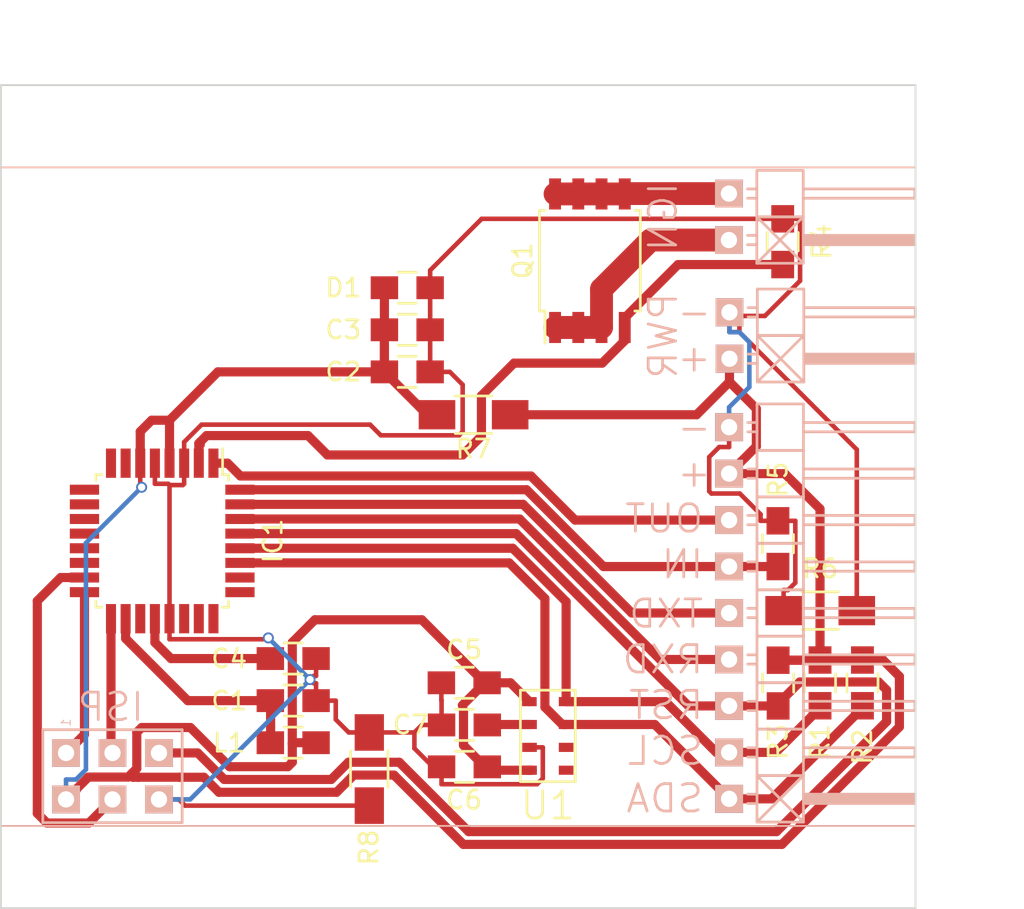
<source format=kicad_pcb>
(kicad_pcb (version 20171130) (host pcbnew "(5.1.12)-1")

  (general
    (thickness 1.6)
    (drawings 19)
    (tracks 287)
    (zones 0)
    (modules 24)
    (nets 19)
  )

  (page A4)
  (layers
    (0 F.Cu signal)
    (31 B.Cu signal)
    (32 B.Adhes user hide)
    (33 F.Adhes user hide)
    (34 B.Paste user)
    (35 F.Paste user)
    (36 B.SilkS user)
    (37 F.SilkS user)
    (38 B.Mask user)
    (39 F.Mask user)
    (40 Dwgs.User user)
    (41 Cmts.User user)
    (42 Eco1.User user)
    (43 Eco2.User user)
    (44 Edge.Cuts user)
    (45 Margin user)
    (46 B.CrtYd user)
    (47 F.CrtYd user)
    (48 B.Fab user)
    (49 F.Fab user)
  )

  (setup
    (last_trace_width 0.25)
    (user_trace_width 0.5)
    (user_trace_width 1.25)
    (trace_clearance 0.2)
    (zone_clearance 0.508)
    (zone_45_only no)
    (trace_min 0.2)
    (via_size 0.6)
    (via_drill 0.4)
    (via_min_size 0.4)
    (via_min_drill 0.3)
    (uvia_size 0.3)
    (uvia_drill 0.1)
    (uvias_allowed no)
    (uvia_min_size 0.2)
    (uvia_min_drill 0.1)
    (edge_width 0.1)
    (segment_width 0.1)
    (pcb_text_width 0.3)
    (pcb_text_size 1.5 1.5)
    (mod_edge_width 0.15)
    (mod_text_size 1 1)
    (mod_text_width 0.15)
    (pad_size 1.5 1.5)
    (pad_drill 0.6)
    (pad_to_mask_clearance 0)
    (aux_axis_origin 0 0)
    (visible_elements 7FFFFFFF)
    (pcbplotparams
      (layerselection 0x01130_80000001)
      (usegerberextensions false)
      (usegerberattributes true)
      (usegerberadvancedattributes true)
      (creategerberjobfile true)
      (excludeedgelayer true)
      (linewidth 0.100000)
      (plotframeref false)
      (viasonmask false)
      (mode 1)
      (useauxorigin false)
      (hpglpennumber 1)
      (hpglpenspeed 20)
      (hpglpendiameter 15.000000)
      (psnegative false)
      (psa4output false)
      (plotreference true)
      (plotvalue true)
      (plotinvisibletext false)
      (padsonsilk false)
      (subtractmaskfromsilk false)
      (outputformat 1)
      (mirror false)
      (drillshape 0)
      (scaleselection 1)
      (outputdirectory "../CAM_PROFI/"))
  )

  (net 0 "")
  (net 1 VAA)
  (net 2 GND)
  (net 3 VDD)
  (net 4 "Net-(C4-Pad1)")
  (net 5 "Net-(C7-Pad1)")
  (net 6 /MOSI)
  (net 7 /MISO)
  (net 8 /SCK)
  (net 9 /SDA)
  (net 10 /SCL)
  (net 11 /RST)
  (net 12 /RXD)
  (net 13 /TXD)
  (net 14 "Net-(J2-Pad2)")
  (net 15 "Net-(J2-Pad1)")
  (net 16 /IGN)
  (net 17 /IN)
  (net 18 /OUT)

  (net_class Default "This is the default net class."
    (clearance 0.2)
    (trace_width 0.25)
    (via_dia 0.6)
    (via_drill 0.4)
    (uvia_dia 0.3)
    (uvia_drill 0.1)
    (add_net /IGN)
    (add_net /IN)
    (add_net /MISO)
    (add_net /MOSI)
    (add_net /OUT)
    (add_net /RST)
    (add_net /RXD)
    (add_net /SCK)
    (add_net /SCL)
    (add_net /SDA)
    (add_net /TXD)
    (add_net GND)
    (add_net "Net-(C4-Pad1)")
    (add_net "Net-(C7-Pad1)")
    (add_net "Net-(J2-Pad1)")
    (add_net "Net-(J2-Pad2)")
    (add_net VAA)
    (add_net VDD)
  )

  (module Housings_SOIC:SOIJ-8_5.3x5.3mm_Pitch1.27mm (layer F.Cu) (tedit 55BE32AC) (tstamp 55BE2CAB)
    (at 198.2 100.6 90)
    (descr "8-Lead Plastic Small Outline (SM) - Medium, 5.28 mm Body [SOIC] (see Microchip Packaging Specification 00000049BS.pdf)")
    (tags "SOIC 1.27")
    (path /55AA71B9)
    (attr smd)
    (fp_text reference Q1 (at 0 -3.68 90) (layer F.SilkS)
      (effects (font (size 1 1) (thickness 0.15)))
    )
    (fp_text value IRF7413ZPBF (at 0 3.68 90) (layer F.Fab) hide
      (effects (font (size 1 1) (thickness 0.15)))
    )
    (fp_line (start -2.75 -2.455) (end -4.5 -2.455) (layer F.SilkS) (width 0.15))
    (fp_line (start -2.75 2.755) (end 2.75 2.755) (layer F.SilkS) (width 0.15))
    (fp_line (start -2.75 -2.755) (end 2.75 -2.755) (layer F.SilkS) (width 0.15))
    (fp_line (start -2.75 2.755) (end -2.75 2.455) (layer F.SilkS) (width 0.15))
    (fp_line (start 2.75 2.755) (end 2.75 2.455) (layer F.SilkS) (width 0.15))
    (fp_line (start 2.75 -2.755) (end 2.75 -2.455) (layer F.SilkS) (width 0.15))
    (fp_line (start -2.75 -2.755) (end -2.75 -2.455) (layer F.SilkS) (width 0.15))
    (fp_line (start -4.75 2.95) (end 4.75 2.95) (layer F.CrtYd) (width 0.05))
    (fp_line (start -4.75 -2.95) (end 4.75 -2.95) (layer F.CrtYd) (width 0.05))
    (fp_line (start 4.75 -2.95) (end 4.75 2.95) (layer F.CrtYd) (width 0.05))
    (fp_line (start -4.75 -2.95) (end -4.75 2.95) (layer F.CrtYd) (width 0.05))
    (pad 1 smd rect (at -3.65 -1.905 90) (size 1.7 0.65) (layers F.Cu F.Paste F.Mask)
      (net 15 "Net-(J2-Pad1)"))
    (pad 2 smd rect (at -3.65 -0.635 90) (size 1.7 0.65) (layers F.Cu F.Paste F.Mask)
      (net 15 "Net-(J2-Pad1)"))
    (pad 3 smd rect (at -3.65 0.635 90) (size 1.7 0.65) (layers F.Cu F.Paste F.Mask)
      (net 15 "Net-(J2-Pad1)"))
    (pad 4 smd rect (at -3.65 1.905 90) (size 1.7 0.65) (layers F.Cu F.Paste F.Mask)
      (net 16 /IGN))
    (pad 5 smd rect (at 3.65 1.905 90) (size 1.7 0.65) (layers F.Cu F.Paste F.Mask)
      (net 14 "Net-(J2-Pad2)"))
    (pad 6 smd rect (at 3.65 0.635 90) (size 1.7 0.65) (layers F.Cu F.Paste F.Mask)
      (net 14 "Net-(J2-Pad2)"))
    (pad 7 smd rect (at 3.65 -0.635 90) (size 1.7 0.65) (layers F.Cu F.Paste F.Mask)
      (net 14 "Net-(J2-Pad2)"))
    (pad 8 smd rect (at 3.65 -1.905 90) (size 1.7 0.65) (layers F.Cu F.Paste F.Mask)
      (net 14 "Net-(J2-Pad2)"))
    (model Housings_SOIC.3dshapes/SOIJ-8_5.3x5.3mm_Pitch1.27mm.wrl
      (at (xyz 0 0 0))
      (scale (xyz 1 1 1))
      (rotate (xyz 0 0 0))
    )
  )

  (module Capacitors_SMD:C_0805_HandSoldering (layer F.Cu) (tedit 55BFFF8C) (tstamp 55BE2C25)
    (at 181.98 124.65)
    (descr "Capacitor SMD 0805, hand soldering")
    (tags "capacitor 0805")
    (path /55A6646B)
    (attr smd)
    (fp_text reference C1 (at -3.5 0.01) (layer F.SilkS)
      (effects (font (size 1 1) (thickness 0.15)))
    )
    (fp_text value 100nF (at 0 2.1) (layer F.Fab) hide
      (effects (font (size 1 1) (thickness 0.15)))
    )
    (fp_line (start -0.5 0.85) (end 0.5 0.85) (layer F.SilkS) (width 0.15))
    (fp_line (start 0.5 -0.85) (end -0.5 -0.85) (layer F.SilkS) (width 0.15))
    (fp_line (start 2.3 -1) (end 2.3 1) (layer F.CrtYd) (width 0.05))
    (fp_line (start -2.3 -1) (end -2.3 1) (layer F.CrtYd) (width 0.05))
    (fp_line (start -2.3 1) (end 2.3 1) (layer F.CrtYd) (width 0.05))
    (fp_line (start -2.3 -1) (end 2.3 -1) (layer F.CrtYd) (width 0.05))
    (pad 1 smd rect (at -1.25 0) (size 1.5 1.25) (layers F.Cu F.Paste F.Mask)
      (net 1 VAA))
    (pad 2 smd rect (at 1.25 0) (size 1.5 1.25) (layers F.Cu F.Paste F.Mask)
      (net 2 GND))
    (model Capacitors_SMD.3dshapes/C_0805_HandSoldering.wrl
      (at (xyz 0 0 0))
      (scale (xyz 1 1 1))
      (rotate (xyz 0 0 0))
    )
  )

  (module Capacitors_SMD:C_0805_HandSoldering (layer F.Cu) (tedit 55BE3AF4) (tstamp 55BE2C2B)
    (at 188.216 106.677)
    (descr "Capacitor SMD 0805, hand soldering")
    (tags "capacitor 0805")
    (path /55A4E7F7)
    (attr smd)
    (fp_text reference C2 (at -3.5 0) (layer F.SilkS)
      (effects (font (size 1 1) (thickness 0.15)))
    )
    (fp_text value 100nF (at 0 2.1) (layer F.Fab) hide
      (effects (font (size 1 1) (thickness 0.15)))
    )
    (fp_line (start -0.5 0.85) (end 0.5 0.85) (layer F.SilkS) (width 0.15))
    (fp_line (start 0.5 -0.85) (end -0.5 -0.85) (layer F.SilkS) (width 0.15))
    (fp_line (start 2.3 -1) (end 2.3 1) (layer F.CrtYd) (width 0.05))
    (fp_line (start -2.3 -1) (end -2.3 1) (layer F.CrtYd) (width 0.05))
    (fp_line (start -2.3 1) (end 2.3 1) (layer F.CrtYd) (width 0.05))
    (fp_line (start -2.3 -1) (end 2.3 -1) (layer F.CrtYd) (width 0.05))
    (pad 1 smd rect (at -1.25 0) (size 1.5 1.25) (layers F.Cu F.Paste F.Mask)
      (net 3 VDD))
    (pad 2 smd rect (at 1.25 0) (size 1.5 1.25) (layers F.Cu F.Paste F.Mask)
      (net 2 GND))
    (model Capacitors_SMD.3dshapes/C_0805_HandSoldering.wrl
      (at (xyz 0 0 0))
      (scale (xyz 1 1 1))
      (rotate (xyz 0 0 0))
    )
  )

  (module Capacitors_SMD:C_0805_HandSoldering (layer F.Cu) (tedit 55BE3B14) (tstamp 55BE2C31)
    (at 188.216 104.377)
    (descr "Capacitor SMD 0805, hand soldering")
    (tags "capacitor 0805")
    (path /55A4E898)
    (attr smd)
    (fp_text reference C3 (at -3.5 0) (layer F.SilkS)
      (effects (font (size 1 1) (thickness 0.15)))
    )
    (fp_text value 22uF/6.3V (at 0 2.1) (layer F.Fab) hide
      (effects (font (size 1 1) (thickness 0.15)))
    )
    (fp_line (start -0.5 0.85) (end 0.5 0.85) (layer F.SilkS) (width 0.15))
    (fp_line (start 0.5 -0.85) (end -0.5 -0.85) (layer F.SilkS) (width 0.15))
    (fp_line (start 2.3 -1) (end 2.3 1) (layer F.CrtYd) (width 0.05))
    (fp_line (start -2.3 -1) (end -2.3 1) (layer F.CrtYd) (width 0.05))
    (fp_line (start -2.3 1) (end 2.3 1) (layer F.CrtYd) (width 0.05))
    (fp_line (start -2.3 -1) (end 2.3 -1) (layer F.CrtYd) (width 0.05))
    (pad 1 smd rect (at -1.25 0) (size 1.5 1.25) (layers F.Cu F.Paste F.Mask)
      (net 3 VDD))
    (pad 2 smd rect (at 1.25 0) (size 1.5 1.25) (layers F.Cu F.Paste F.Mask)
      (net 2 GND))
    (model Capacitors_SMD.3dshapes/C_0805_HandSoldering.wrl
      (at (xyz 0 0 0))
      (scale (xyz 1 1 1))
      (rotate (xyz 0 0 0))
    )
  )

  (module Capacitors_SMD:C_0805_HandSoldering (layer F.Cu) (tedit 55BFFF80) (tstamp 55BE2C37)
    (at 181.98 122.35)
    (descr "Capacitor SMD 0805, hand soldering")
    (tags "capacitor 0805")
    (path /55A65EE4)
    (attr smd)
    (fp_text reference C4 (at -3.5 0.01) (layer F.SilkS)
      (effects (font (size 1 1) (thickness 0.15)))
    )
    (fp_text value 100nF (at 0 2.1) (layer F.Fab) hide
      (effects (font (size 1 1) (thickness 0.15)))
    )
    (fp_line (start -0.5 0.85) (end 0.5 0.85) (layer F.SilkS) (width 0.15))
    (fp_line (start 0.5 -0.85) (end -0.5 -0.85) (layer F.SilkS) (width 0.15))
    (fp_line (start 2.3 -1) (end 2.3 1) (layer F.CrtYd) (width 0.05))
    (fp_line (start -2.3 -1) (end -2.3 1) (layer F.CrtYd) (width 0.05))
    (fp_line (start -2.3 1) (end 2.3 1) (layer F.CrtYd) (width 0.05))
    (fp_line (start -2.3 -1) (end 2.3 -1) (layer F.CrtYd) (width 0.05))
    (pad 1 smd rect (at -1.25 0) (size 1.5 1.25) (layers F.Cu F.Paste F.Mask)
      (net 4 "Net-(C4-Pad1)"))
    (pad 2 smd rect (at 1.25 0) (size 1.5 1.25) (layers F.Cu F.Paste F.Mask)
      (net 2 GND))
    (model Capacitors_SMD.3dshapes/C_0805_HandSoldering.wrl
      (at (xyz 0 0 0))
      (scale (xyz 1 1 1))
      (rotate (xyz 0 0 0))
    )
  )

  (module Capacitors_SMD:C_0805_HandSoldering (layer F.Cu) (tedit 55BFFFD8) (tstamp 55BE2C3D)
    (at 191.33 123.675 180)
    (descr "Capacitor SMD 0805, hand soldering")
    (tags "capacitor 0805")
    (path /55A67B3E)
    (attr smd)
    (fp_text reference C5 (at 0.01 1.805 180) (layer F.SilkS)
      (effects (font (size 1 1) (thickness 0.15)))
    )
    (fp_text value 10uF (at 0 2.1 180) (layer F.Fab) hide
      (effects (font (size 1 1) (thickness 0.15)))
    )
    (fp_line (start -0.5 0.85) (end 0.5 0.85) (layer F.SilkS) (width 0.15))
    (fp_line (start 0.5 -0.85) (end -0.5 -0.85) (layer F.SilkS) (width 0.15))
    (fp_line (start 2.3 -1) (end 2.3 1) (layer F.CrtYd) (width 0.05))
    (fp_line (start -2.3 -1) (end -2.3 1) (layer F.CrtYd) (width 0.05))
    (fp_line (start -2.3 1) (end 2.3 1) (layer F.CrtYd) (width 0.05))
    (fp_line (start -2.3 -1) (end 2.3 -1) (layer F.CrtYd) (width 0.05))
    (pad 1 smd rect (at -1.25 0 180) (size 1.5 1.25) (layers F.Cu F.Paste F.Mask)
      (net 3 VDD))
    (pad 2 smd rect (at 1.25 0 180) (size 1.5 1.25) (layers F.Cu F.Paste F.Mask)
      (net 2 GND))
    (model Capacitors_SMD.3dshapes/C_0805_HandSoldering.wrl
      (at (xyz 0 0 0))
      (scale (xyz 1 1 1))
      (rotate (xyz 0 0 0))
    )
  )

  (module Capacitors_SMD:C_0805_HandSoldering (layer F.Cu) (tedit 55BFFFC5) (tstamp 55BE2C43)
    (at 191.34 128.27 180)
    (descr "Capacitor SMD 0805, hand soldering")
    (tags "capacitor 0805")
    (path /55A67AF1)
    (attr smd)
    (fp_text reference C6 (at 0.02 -1.81 180) (layer F.SilkS)
      (effects (font (size 1 1) (thickness 0.15)))
    )
    (fp_text value 100nF (at 0 2.1 180) (layer F.Fab) hide
      (effects (font (size 1 1) (thickness 0.15)))
    )
    (fp_line (start -0.5 0.85) (end 0.5 0.85) (layer F.SilkS) (width 0.15))
    (fp_line (start 0.5 -0.85) (end -0.5 -0.85) (layer F.SilkS) (width 0.15))
    (fp_line (start 2.3 -1) (end 2.3 1) (layer F.CrtYd) (width 0.05))
    (fp_line (start -2.3 -1) (end -2.3 1) (layer F.CrtYd) (width 0.05))
    (fp_line (start -2.3 1) (end 2.3 1) (layer F.CrtYd) (width 0.05))
    (fp_line (start -2.3 -1) (end 2.3 -1) (layer F.CrtYd) (width 0.05))
    (pad 1 smd rect (at -1.25 0 180) (size 1.5 1.25) (layers F.Cu F.Paste F.Mask)
      (net 3 VDD))
    (pad 2 smd rect (at 1.25 0 180) (size 1.5 1.25) (layers F.Cu F.Paste F.Mask)
      (net 2 GND))
    (model Capacitors_SMD.3dshapes/C_0805_HandSoldering.wrl
      (at (xyz 0 0 0))
      (scale (xyz 1 1 1))
      (rotate (xyz 0 0 0))
    )
  )

  (module Capacitors_SMD:C_0805_HandSoldering (layer F.Cu) (tedit 55BFFFFF) (tstamp 55BE2C49)
    (at 191.34 125.98 180)
    (descr "Capacitor SMD 0805, hand soldering")
    (tags "capacitor 0805")
    (path /55A6722A)
    (attr smd)
    (fp_text reference C7 (at 2.94 0.01 180) (layer F.SilkS)
      (effects (font (size 1 1) (thickness 0.15)))
    )
    (fp_text value 100nF (at 0 2.1 180) (layer F.Fab) hide
      (effects (font (size 1 1) (thickness 0.15)))
    )
    (fp_line (start -0.5 0.85) (end 0.5 0.85) (layer F.SilkS) (width 0.15))
    (fp_line (start 0.5 -0.85) (end -0.5 -0.85) (layer F.SilkS) (width 0.15))
    (fp_line (start 2.3 -1) (end 2.3 1) (layer F.CrtYd) (width 0.05))
    (fp_line (start -2.3 -1) (end -2.3 1) (layer F.CrtYd) (width 0.05))
    (fp_line (start -2.3 1) (end 2.3 1) (layer F.CrtYd) (width 0.05))
    (fp_line (start -2.3 -1) (end 2.3 -1) (layer F.CrtYd) (width 0.05))
    (pad 1 smd rect (at -1.25 0 180) (size 1.5 1.25) (layers F.Cu F.Paste F.Mask)
      (net 5 "Net-(C7-Pad1)"))
    (pad 2 smd rect (at 1.25 0 180) (size 1.5 1.25) (layers F.Cu F.Paste F.Mask)
      (net 2 GND))
    (model Capacitors_SMD.3dshapes/C_0805_HandSoldering.wrl
      (at (xyz 0 0 0))
      (scale (xyz 1 1 1))
      (rotate (xyz 0 0 0))
    )
  )

  (module Capacitors_SMD:C_0805_HandSoldering (layer F.Cu) (tedit 55BE3AE5) (tstamp 55BE2C4F)
    (at 188.216 102.077)
    (descr "Capacitor SMD 0805, hand soldering")
    (tags "capacitor 0805")
    (path /55A4E6B1)
    (attr smd)
    (fp_text reference D1 (at -3.5 0) (layer F.SilkS)
      (effects (font (size 1 1) (thickness 0.15)))
    )
    (fp_text value 1N4007 (at 0 2.1) (layer F.Fab) hide
      (effects (font (size 1 1) (thickness 0.15)))
    )
    (fp_line (start -0.5 0.85) (end 0.5 0.85) (layer F.SilkS) (width 0.15))
    (fp_line (start 0.5 -0.85) (end -0.5 -0.85) (layer F.SilkS) (width 0.15))
    (fp_line (start 2.3 -1) (end 2.3 1) (layer F.CrtYd) (width 0.05))
    (fp_line (start -2.3 -1) (end -2.3 1) (layer F.CrtYd) (width 0.05))
    (fp_line (start -2.3 1) (end 2.3 1) (layer F.CrtYd) (width 0.05))
    (fp_line (start -2.3 -1) (end 2.3 -1) (layer F.CrtYd) (width 0.05))
    (pad 1 smd rect (at -1.25 0) (size 1.5 1.25) (layers F.Cu F.Paste F.Mask)
      (net 3 VDD))
    (pad 2 smd rect (at 1.25 0) (size 1.5 1.25) (layers F.Cu F.Paste F.Mask)
      (net 2 GND))
    (model Capacitors_SMD.3dshapes/C_0805_HandSoldering.wrl
      (at (xyz 0 0 0))
      (scale (xyz 1 1 1))
      (rotate (xyz 0 0 0))
    )
  )

  (module Housings_QFP:TQFP-32_7x7mm_Pitch0.8mm (layer F.Cu) (tedit 55BE32D1) (tstamp 55BE2C73)
    (at 174.818 115.92 270)
    (descr "32-Lead Plastic Thin Quad Flatpack (PT) - 7x7x1.0 mm Body, 2.00 mm [TQFP] (see Microchip Packaging Specification 00000049BS.pdf)")
    (tags "QFP 0.8")
    (path /55B79480)
    (attr smd)
    (fp_text reference IC1 (at 0 -6.05 270) (layer F.SilkS)
      (effects (font (size 1 1) (thickness 0.15)))
    )
    (fp_text value ATMEGA328-A (at 0 6.05 270) (layer F.Fab) hide
      (effects (font (size 1 1) (thickness 0.15)))
    )
    (fp_line (start -3.625 -3.3) (end -5.05 -3.3) (layer F.SilkS) (width 0.15))
    (fp_line (start 3.625 -3.625) (end 3.3 -3.625) (layer F.SilkS) (width 0.15))
    (fp_line (start 3.625 3.625) (end 3.3 3.625) (layer F.SilkS) (width 0.15))
    (fp_line (start -3.625 3.625) (end -3.3 3.625) (layer F.SilkS) (width 0.15))
    (fp_line (start -3.625 -3.625) (end -3.3 -3.625) (layer F.SilkS) (width 0.15))
    (fp_line (start -3.625 3.625) (end -3.625 3.3) (layer F.SilkS) (width 0.15))
    (fp_line (start 3.625 3.625) (end 3.625 3.3) (layer F.SilkS) (width 0.15))
    (fp_line (start 3.625 -3.625) (end 3.625 -3.3) (layer F.SilkS) (width 0.15))
    (fp_line (start -3.625 -3.625) (end -3.625 -3.3) (layer F.SilkS) (width 0.15))
    (fp_line (start -5.3 5.3) (end 5.3 5.3) (layer F.CrtYd) (width 0.05))
    (fp_line (start -5.3 -5.3) (end 5.3 -5.3) (layer F.CrtYd) (width 0.05))
    (fp_line (start 5.3 -5.3) (end 5.3 5.3) (layer F.CrtYd) (width 0.05))
    (fp_line (start -5.3 -5.3) (end -5.3 5.3) (layer F.CrtYd) (width 0.05))
    (pad 1 smd rect (at -4.25 -2.8 270) (size 1.6 0.55) (layers F.Cu F.Paste F.Mask)
      (net 18 /OUT))
    (pad 2 smd rect (at -4.25 -2 270) (size 1.6 0.55) (layers F.Cu F.Paste F.Mask)
      (net 16 /IGN))
    (pad 3 smd rect (at -4.25 -1.2 270) (size 1.6 0.55) (layers F.Cu F.Paste F.Mask)
      (net 2 GND))
    (pad 4 smd rect (at -4.25 -0.4 270) (size 1.6 0.55) (layers F.Cu F.Paste F.Mask)
      (net 3 VDD))
    (pad 5 smd rect (at -4.25 0.4 270) (size 1.6 0.55) (layers F.Cu F.Paste F.Mask)
      (net 2 GND))
    (pad 6 smd rect (at -4.25 1.2 270) (size 1.6 0.55) (layers F.Cu F.Paste F.Mask)
      (net 3 VDD))
    (pad 7 smd rect (at -4.25 2 270) (size 1.6 0.55) (layers F.Cu F.Paste F.Mask))
    (pad 8 smd rect (at -4.25 2.8 270) (size 1.6 0.55) (layers F.Cu F.Paste F.Mask))
    (pad 9 smd rect (at -2.8 4.25) (size 1.6 0.55) (layers F.Cu F.Paste F.Mask))
    (pad 10 smd rect (at -2 4.25) (size 1.6 0.55) (layers F.Cu F.Paste F.Mask))
    (pad 11 smd rect (at -1.2 4.25) (size 1.6 0.55) (layers F.Cu F.Paste F.Mask))
    (pad 12 smd rect (at -0.4 4.25) (size 1.6 0.55) (layers F.Cu F.Paste F.Mask))
    (pad 13 smd rect (at 0.4 4.25) (size 1.6 0.55) (layers F.Cu F.Paste F.Mask))
    (pad 14 smd rect (at 1.2 4.25) (size 1.6 0.55) (layers F.Cu F.Paste F.Mask))
    (pad 15 smd rect (at 2 4.25) (size 1.6 0.55) (layers F.Cu F.Paste F.Mask)
      (net 6 /MOSI))
    (pad 16 smd rect (at 2.8 4.25) (size 1.6 0.55) (layers F.Cu F.Paste F.Mask)
      (net 7 /MISO))
    (pad 17 smd rect (at 4.25 2.8 270) (size 1.6 0.55) (layers F.Cu F.Paste F.Mask)
      (net 8 /SCK))
    (pad 18 smd rect (at 4.25 2 270) (size 1.6 0.55) (layers F.Cu F.Paste F.Mask)
      (net 1 VAA))
    (pad 19 smd rect (at 4.25 1.2 270) (size 1.6 0.55) (layers F.Cu F.Paste F.Mask))
    (pad 20 smd rect (at 4.25 0.4 270) (size 1.6 0.55) (layers F.Cu F.Paste F.Mask)
      (net 4 "Net-(C4-Pad1)"))
    (pad 21 smd rect (at 4.25 -0.4 270) (size 1.6 0.55) (layers F.Cu F.Paste F.Mask)
      (net 2 GND))
    (pad 22 smd rect (at 4.25 -1.2 270) (size 1.6 0.55) (layers F.Cu F.Paste F.Mask))
    (pad 23 smd rect (at 4.25 -2 270) (size 1.6 0.55) (layers F.Cu F.Paste F.Mask))
    (pad 24 smd rect (at 4.25 -2.8 270) (size 1.6 0.55) (layers F.Cu F.Paste F.Mask))
    (pad 25 smd rect (at 2.8 -4.25) (size 1.6 0.55) (layers F.Cu F.Paste F.Mask))
    (pad 26 smd rect (at 2 -4.25) (size 1.6 0.55) (layers F.Cu F.Paste F.Mask))
    (pad 27 smd rect (at 1.2 -4.25) (size 1.6 0.55) (layers F.Cu F.Paste F.Mask)
      (net 9 /SDA))
    (pad 28 smd rect (at 0.4 -4.25) (size 1.6 0.55) (layers F.Cu F.Paste F.Mask)
      (net 10 /SCL))
    (pad 29 smd rect (at -0.4 -4.25) (size 1.6 0.55) (layers F.Cu F.Paste F.Mask)
      (net 11 /RST))
    (pad 30 smd rect (at -1.2 -4.25) (size 1.6 0.55) (layers F.Cu F.Paste F.Mask)
      (net 12 /RXD))
    (pad 31 smd rect (at -2 -4.25) (size 1.6 0.55) (layers F.Cu F.Paste F.Mask)
      (net 13 /TXD))
    (pad 32 smd rect (at -2.8 -4.25) (size 1.6 0.55) (layers F.Cu F.Paste F.Mask)
      (net 17 /IN))
    (model Housings_QFP.3dshapes/TQFP-32_7x7mm_Pitch0.8mm.wrl
      (at (xyz 0 0 0))
      (scale (xyz 1 1 1))
      (rotate (xyz 0 0 0))
    )
  )

  (module Mlab_Pin_Headers:Angled_1x02 (layer B.Cu) (tedit 55C00377) (tstamp 55BE2C7F)
    (at 205.8 98.2)
    (descr "pin header angled 1x02")
    (tags "pin header angled 1x02")
    (path /55AA773F)
    (fp_text reference J2 (at 0 3.81) (layer B.SilkS) hide
      (effects (font (size 1.5 1.5) (thickness 0.15)) (justify mirror))
    )
    (fp_text value IGN (at -3.6 0 270) (layer B.SilkS)
      (effects (font (size 1.5 1.5) (thickness 0.15)) (justify mirror))
    )
    (fp_line (start 4.064 0) (end 4.064 2.54) (layer B.SilkS) (width 0.15))
    (fp_line (start 10.16 1.016) (end 4.064 1.016) (layer B.SilkS) (width 0.15))
    (fp_line (start 10.16 1.524) (end 10.16 1.016) (layer B.SilkS) (width 0.15))
    (fp_line (start 4.064 1.524) (end 10.16 1.524) (layer B.SilkS) (width 0.15))
    (fp_line (start 1.524 0) (end 4.064 0) (layer B.SilkS) (width 0.15))
    (fp_line (start 1.524 2.54) (end 1.524 0) (layer B.SilkS) (width 0.15))
    (fp_line (start 1.524 2.54) (end 4.064 2.54) (layer B.SilkS) (width 0.15))
    (fp_line (start 1.524 1.524) (end 1.016 1.524) (layer B.SilkS) (width 0.15))
    (fp_line (start 1.524 1.016) (end 1.016 1.016) (layer B.SilkS) (width 0.15))
    (fp_line (start 4.191 1.27) (end 10.033 1.27) (layer B.SilkS) (width 0.15))
    (fp_line (start 10.033 1.143) (end 4.191 1.143) (layer B.SilkS) (width 0.15))
    (fp_line (start 10.033 1.397) (end 10.033 1.143) (layer B.SilkS) (width 0.15))
    (fp_line (start 4.191 1.397) (end 10.033 1.397) (layer B.SilkS) (width 0.15))
    (fp_line (start 4.064 2.54) (end 1.524 0) (layer B.SilkS) (width 0.15))
    (fp_line (start 4.064 0) (end 1.524 2.54) (layer B.SilkS) (width 0.15))
    (fp_line (start 4.064 -2.54) (end 4.064 0) (layer B.SilkS) (width 0.15))
    (fp_line (start 10.16 -1.524) (end 4.064 -1.524) (layer B.SilkS) (width 0.15))
    (fp_line (start 10.16 -1.016) (end 10.16 -1.524) (layer B.SilkS) (width 0.15))
    (fp_line (start 4.064 -1.016) (end 10.16 -1.016) (layer B.SilkS) (width 0.15))
    (fp_line (start 1.524 -2.54) (end 4.064 -2.54) (layer B.SilkS) (width 0.15))
    (fp_line (start 1.524 0) (end 1.524 -2.54) (layer B.SilkS) (width 0.15))
    (fp_line (start 1.524 0) (end 4.064 0) (layer B.SilkS) (width 0.15))
    (fp_line (start 1.524 -1.016) (end 1.016 -1.016) (layer B.SilkS) (width 0.15))
    (fp_line (start 1.524 -1.524) (end 1.016 -1.524) (layer B.SilkS) (width 0.15))
    (pad 2 thru_hole rect (at 0 -1.27) (size 1.524 1.524) (drill 0.889) (layers *.Cu *.Mask B.SilkS)
      (net 14 "Net-(J2-Pad2)"))
    (pad 1 thru_hole rect (at 0 1.27) (size 1.524 1.524) (drill 0.889) (layers *.Cu *.Mask B.SilkS)
      (net 15 "Net-(J2-Pad1)"))
    (model Pin_Headers/Pin_Header_Angled_1x02.wrl
      (at (xyz 0 0 0))
      (scale (xyz 1 1 1))
      (rotate (xyz 0 0 90))
    )
  )

  (module Mlab_Pin_Headers:Straight_2x03 (layer B.Cu) (tedit 55C001C8) (tstamp 55BE2C99)
    (at 172.1 128.78 270)
    (descr "pin header straight 2x03")
    (tags "pin header straight 2x03")
    (path /55AA2ACD)
    (fp_text reference J5 (at 0 5.08 270) (layer B.SilkS) hide
      (effects (font (size 1.5 1.5) (thickness 0.15)) (justify mirror))
    )
    (fp_text value ISP (at -3.78 0.1 180) (layer B.SilkS)
      (effects (font (size 1.5 1.5) (thickness 0.15)) (justify mirror))
    )
    (fp_line (start -2.54 -3.81) (end -2.54 3.81) (layer B.SilkS) (width 0.15))
    (fp_line (start 2.54 -3.81) (end -2.54 -3.81) (layer B.SilkS) (width 0.15))
    (fp_line (start 2.54 3.81) (end 2.54 -3.81) (layer B.SilkS) (width 0.15))
    (fp_line (start -2.54 3.81) (end 2.54 3.81) (layer B.SilkS) (width 0.15))
    (fp_text user 1 (at -2.921 2.54 270) (layer B.SilkS)
      (effects (font (size 0.5 0.5) (thickness 0.05)) (justify mirror))
    )
    (pad 1 thru_hole rect (at -1.27 2.54 270) (size 1.524 1.524) (drill 0.889) (layers *.Cu *.Mask B.SilkS)
      (net 7 /MISO))
    (pad 2 thru_hole rect (at 1.27 2.54 270) (size 1.524 1.524) (drill 0.889) (layers *.Cu *.Mask B.SilkS)
      (net 3 VDD))
    (pad 3 thru_hole rect (at -1.27 0 270) (size 1.524 1.524) (drill 0.889) (layers *.Cu *.Mask B.SilkS)
      (net 8 /SCK))
    (pad 4 thru_hole rect (at 1.27 0 270) (size 1.524 1.524) (drill 0.889) (layers *.Cu *.Mask B.SilkS)
      (net 6 /MOSI))
    (pad 5 thru_hole rect (at -1.27 -2.54 270) (size 1.524 1.524) (drill 0.889) (layers *.Cu *.Mask B.SilkS)
      (net 11 /RST))
    (pad 6 thru_hole rect (at 1.27 -2.54 270) (size 1.524 1.524) (drill 0.889) (layers *.Cu *.Mask B.SilkS)
      (net 2 GND))
    (model Pin_Headers/Pin_Header_Straight_2x03.wrl
      (at (xyz 0 0 0))
      (scale (xyz 1 1 1))
      (rotate (xyz 0 0 90))
    )
  )

  (module Capacitors_SMD:C_0805_HandSoldering (layer F.Cu) (tedit 55BFFFA8) (tstamp 55BE2C9F)
    (at 181.98 126.95)
    (descr "Capacitor SMD 0805, hand soldering")
    (tags "capacitor 0805")
    (path /55A6641E)
    (attr smd)
    (fp_text reference L1 (at -3.51 0.01) (layer F.SilkS)
      (effects (font (size 1 1) (thickness 0.15)))
    )
    (fp_text value 10uH (at 0 2.1) (layer F.Fab) hide
      (effects (font (size 1 1) (thickness 0.15)))
    )
    (fp_line (start -0.5 0.85) (end 0.5 0.85) (layer F.SilkS) (width 0.15))
    (fp_line (start 0.5 -0.85) (end -0.5 -0.85) (layer F.SilkS) (width 0.15))
    (fp_line (start 2.3 -1) (end 2.3 1) (layer F.CrtYd) (width 0.05))
    (fp_line (start -2.3 -1) (end -2.3 1) (layer F.CrtYd) (width 0.05))
    (fp_line (start -2.3 1) (end 2.3 1) (layer F.CrtYd) (width 0.05))
    (fp_line (start -2.3 -1) (end 2.3 -1) (layer F.CrtYd) (width 0.05))
    (pad 1 smd rect (at -1.25 0) (size 1.5 1.25) (layers F.Cu F.Paste F.Mask)
      (net 1 VAA))
    (pad 2 smd rect (at 1.25 0) (size 1.5 1.25) (layers F.Cu F.Paste F.Mask)
      (net 3 VDD))
    (model Capacitors_SMD.3dshapes/C_0805_HandSoldering.wrl
      (at (xyz 0 0 0))
      (scale (xyz 1 1 1))
      (rotate (xyz 0 0 0))
    )
  )

  (module Capacitors_SMD:C_0805_HandSoldering (layer F.Cu) (tedit 55BF85E5) (tstamp 55BE2CB1)
    (at 210.78 123.68 270)
    (descr "Capacitor SMD 0805, hand soldering")
    (tags "capacitor 0805")
    (path /55A65608)
    (attr smd)
    (fp_text reference R1 (at 3.22 0 270) (layer F.SilkS)
      (effects (font (size 1 1) (thickness 0.15)))
    )
    (fp_text value 10k (at 0 2.1 270) (layer F.Fab) hide
      (effects (font (size 1 1) (thickness 0.15)))
    )
    (fp_line (start -0.5 0.85) (end 0.5 0.85) (layer F.SilkS) (width 0.15))
    (fp_line (start 0.5 -0.85) (end -0.5 -0.85) (layer F.SilkS) (width 0.15))
    (fp_line (start 2.3 -1) (end 2.3 1) (layer F.CrtYd) (width 0.05))
    (fp_line (start -2.3 -1) (end -2.3 1) (layer F.CrtYd) (width 0.05))
    (fp_line (start -2.3 1) (end 2.3 1) (layer F.CrtYd) (width 0.05))
    (fp_line (start -2.3 -1) (end 2.3 -1) (layer F.CrtYd) (width 0.05))
    (pad 1 smd rect (at -1.25 0 270) (size 1.5 1.25) (layers F.Cu F.Paste F.Mask)
      (net 3 VDD))
    (pad 2 smd rect (at 1.25 0 270) (size 1.5 1.25) (layers F.Cu F.Paste F.Mask)
      (net 10 /SCL))
    (model Capacitors_SMD.3dshapes/C_0805_HandSoldering.wrl
      (at (xyz 0 0 0))
      (scale (xyz 1 1 1))
      (rotate (xyz 0 0 0))
    )
  )

  (module Capacitors_SMD:C_0805_HandSoldering (layer F.Cu) (tedit 55BFD389) (tstamp 55BE2CB7)
    (at 213.1 123.68 270)
    (descr "Capacitor SMD 0805, hand soldering")
    (tags "capacitor 0805")
    (path /55A653FB)
    (attr smd)
    (fp_text reference R2 (at 3.49 0 270) (layer F.SilkS)
      (effects (font (size 1 1) (thickness 0.15)))
    )
    (fp_text value 10k (at 0 2.1 270) (layer F.Fab) hide
      (effects (font (size 1 1) (thickness 0.15)))
    )
    (fp_line (start -0.5 0.85) (end 0.5 0.85) (layer F.SilkS) (width 0.15))
    (fp_line (start 0.5 -0.85) (end -0.5 -0.85) (layer F.SilkS) (width 0.15))
    (fp_line (start 2.3 -1) (end 2.3 1) (layer F.CrtYd) (width 0.05))
    (fp_line (start -2.3 -1) (end -2.3 1) (layer F.CrtYd) (width 0.05))
    (fp_line (start -2.3 1) (end 2.3 1) (layer F.CrtYd) (width 0.05))
    (fp_line (start -2.3 -1) (end 2.3 -1) (layer F.CrtYd) (width 0.05))
    (pad 1 smd rect (at -1.25 0 270) (size 1.5 1.25) (layers F.Cu F.Paste F.Mask)
      (net 3 VDD))
    (pad 2 smd rect (at 1.25 0 270) (size 1.5 1.25) (layers F.Cu F.Paste F.Mask)
      (net 9 /SDA))
    (model Capacitors_SMD.3dshapes/C_0805_HandSoldering.wrl
      (at (xyz 0 0 0))
      (scale (xyz 1 1 1))
      (rotate (xyz 0 0 0))
    )
  )

  (module Capacitors_SMD:C_0805_HandSoldering (layer F.Cu) (tedit 55BF85DA) (tstamp 55BE2CBD)
    (at 208.49 123.69 270)
    (descr "Capacitor SMD 0805, hand soldering")
    (tags "capacitor 0805")
    (path /55A4F51C)
    (attr smd)
    (fp_text reference R3 (at 3.22 0 270) (layer F.SilkS)
      (effects (font (size 1 1) (thickness 0.15)))
    )
    (fp_text value 10k (at 0 2.1 270) (layer F.Fab) hide
      (effects (font (size 1 1) (thickness 0.15)))
    )
    (fp_line (start -0.5 0.85) (end 0.5 0.85) (layer F.SilkS) (width 0.15))
    (fp_line (start 0.5 -0.85) (end -0.5 -0.85) (layer F.SilkS) (width 0.15))
    (fp_line (start 2.3 -1) (end 2.3 1) (layer F.CrtYd) (width 0.05))
    (fp_line (start -2.3 -1) (end -2.3 1) (layer F.CrtYd) (width 0.05))
    (fp_line (start -2.3 1) (end 2.3 1) (layer F.CrtYd) (width 0.05))
    (fp_line (start -2.3 -1) (end 2.3 -1) (layer F.CrtYd) (width 0.05))
    (pad 1 smd rect (at -1.25 0 270) (size 1.5 1.25) (layers F.Cu F.Paste F.Mask)
      (net 3 VDD))
    (pad 2 smd rect (at 1.25 0 270) (size 1.5 1.25) (layers F.Cu F.Paste F.Mask)
      (net 11 /RST))
    (model Capacitors_SMD.3dshapes/C_0805_HandSoldering.wrl
      (at (xyz 0 0 0))
      (scale (xyz 1 1 1))
      (rotate (xyz 0 0 0))
    )
  )

  (module Capacitors_SMD:C_0805_HandSoldering (layer F.Cu) (tedit 55BFFF45) (tstamp 55BE2CC9)
    (at 208.48 116.07 90)
    (descr "Capacitor SMD 0805, hand soldering")
    (tags "capacitor 0805")
    (path /55BB71BD)
    (attr smd)
    (fp_text reference R5 (at 3.5 0 90) (layer F.SilkS)
      (effects (font (size 1 1) (thickness 0.15)))
    )
    (fp_text value 10k (at 0 2.1 90) (layer F.Fab) hide
      (effects (font (size 1 1) (thickness 0.15)))
    )
    (fp_line (start -0.5 0.85) (end 0.5 0.85) (layer F.SilkS) (width 0.15))
    (fp_line (start 0.5 -0.85) (end -0.5 -0.85) (layer F.SilkS) (width 0.15))
    (fp_line (start 2.3 -1) (end 2.3 1) (layer F.CrtYd) (width 0.05))
    (fp_line (start -2.3 -1) (end -2.3 1) (layer F.CrtYd) (width 0.05))
    (fp_line (start -2.3 1) (end 2.3 1) (layer F.CrtYd) (width 0.05))
    (fp_line (start -2.3 -1) (end 2.3 -1) (layer F.CrtYd) (width 0.05))
    (pad 1 smd rect (at -1.25 0 90) (size 1.5 1.25) (layers F.Cu F.Paste F.Mask)
      (net 17 /IN))
    (pad 2 smd rect (at 1.25 0 90) (size 1.5 1.25) (layers F.Cu F.Paste F.Mask)
      (net 2 GND))
    (model Capacitors_SMD.3dshapes/C_0805_HandSoldering.wrl
      (at (xyz 0 0 0))
      (scale (xyz 1 1 1))
      (rotate (xyz 0 0 0))
    )
  )

  (module SMD_fork:LGA-MPL3115A (layer F.Cu) (tedit 55BE3315) (tstamp 55BE2CD5)
    (at 195.9 126.58)
    (path /55A507F8)
    (fp_text reference U1 (at 0 3.8) (layer F.SilkS)
      (effects (font (size 1.5 1.5) (thickness 0.15)))
    )
    (fp_text value MPL3115A2 (at 0 -3.8) (layer F.Fab) hide
      (effects (font (size 1.5 1.5) (thickness 0.15)))
    )
    (fp_line (start -1.5 -2.5) (end 1.5 -2.5) (layer F.SilkS) (width 0.15))
    (fp_line (start -1.5 2.5) (end -1.5 -2.5) (layer F.SilkS) (width 0.15))
    (fp_line (start 1.5 2.5) (end -1.5 2.5) (layer F.SilkS) (width 0.15))
    (fp_line (start 1.5 -2.5) (end 1.5 2.5) (layer F.SilkS) (width 0.15))
    (pad 8 smd rect (at 1 -1.875) (size 0.8 0.5) (layers F.Cu F.Paste F.Mask)
      (net 10 /SCL))
    (pad 7 smd rect (at 1 -0.625) (size 0.8 0.5) (layers F.Cu F.Paste F.Mask)
      (net 9 /SDA))
    (pad 6 smd rect (at 1 0.625) (size 0.8 0.5) (layers F.Cu F.Paste F.Mask))
    (pad 5 smd rect (at 1 1.875) (size 0.8 0.5) (layers F.Cu F.Paste F.Mask))
    (pad 4 smd rect (at -1 1.875) (size 0.8 0.5) (layers F.Cu F.Paste F.Mask)
      (net 3 VDD))
    (pad 3 smd rect (at -1 0.625) (size 0.8 0.5) (layers F.Cu F.Paste F.Mask)
      (net 2 GND))
    (pad 2 smd rect (at -1 -0.625) (size 0.8 0.5) (layers F.Cu F.Paste F.Mask)
      (net 5 "Net-(C7-Pad1)"))
    (pad 1 smd rect (at -1.01 -1.875) (size 0.8 0.5) (layers F.Cu F.Paste F.Mask)
      (net 3 VDD))
  )

  (module Capacitors_SMD:C_0805_HandSoldering (layer F.Cu) (tedit 55BF81E0) (tstamp 55BF7D16)
    (at 208.74 99.56 90)
    (descr "Capacitor SMD 0805, hand soldering")
    (tags "capacitor 0805")
    (path /55BB713F)
    (attr smd)
    (fp_text reference R4 (at 0 2.14 90) (layer F.SilkS)
      (effects (font (size 1 1) (thickness 0.15)))
    )
    (fp_text value 10k (at 0 2.1 90) (layer F.Fab) hide
      (effects (font (size 1 1) (thickness 0.15)))
    )
    (fp_line (start -0.5 0.85) (end 0.5 0.85) (layer F.SilkS) (width 0.15))
    (fp_line (start 0.5 -0.85) (end -0.5 -0.85) (layer F.SilkS) (width 0.15))
    (fp_line (start 2.3 -1) (end 2.3 1) (layer F.CrtYd) (width 0.05))
    (fp_line (start -2.3 -1) (end -2.3 1) (layer F.CrtYd) (width 0.05))
    (fp_line (start -2.3 1) (end 2.3 1) (layer F.CrtYd) (width 0.05))
    (fp_line (start -2.3 -1) (end 2.3 -1) (layer F.CrtYd) (width 0.05))
    (pad 1 smd rect (at -1.25 0 90) (size 1.5 1.25) (layers F.Cu F.Paste F.Mask)
      (net 16 /IGN))
    (pad 2 smd rect (at 1.25 0 90) (size 1.5 1.25) (layers F.Cu F.Paste F.Mask)
      (net 2 GND))
    (model Capacitors_SMD.3dshapes/C_0805_HandSoldering.wrl
      (at (xyz 0 0 0))
      (scale (xyz 1 1 1))
      (rotate (xyz 0 0 0))
    )
  )

  (module Capacitors_SMD:C_1206_HandSoldering (layer F.Cu) (tedit 55BF8587) (tstamp 55BF8823)
    (at 210.79 119.73)
    (descr "Capacitor SMD 1206, hand soldering")
    (tags "capacitor 1206")
    (path /55BF87D4)
    (attr smd)
    (fp_text reference R6 (at 0 -2.3) (layer F.SilkS)
      (effects (font (size 1 1) (thickness 0.15)))
    )
    (fp_text value 0 (at 0 2.3) (layer F.Fab) hide
      (effects (font (size 1 1) (thickness 0.15)))
    )
    (fp_line (start -1 1.025) (end 1 1.025) (layer F.SilkS) (width 0.15))
    (fp_line (start 1 -1.025) (end -1 -1.025) (layer F.SilkS) (width 0.15))
    (fp_line (start 3.3 -1.15) (end 3.3 1.15) (layer F.CrtYd) (width 0.05))
    (fp_line (start -3.3 -1.15) (end -3.3 1.15) (layer F.CrtYd) (width 0.05))
    (fp_line (start -3.3 1.15) (end 3.3 1.15) (layer F.CrtYd) (width 0.05))
    (fp_line (start -3.3 -1.15) (end 3.3 -1.15) (layer F.CrtYd) (width 0.05))
    (pad 1 smd rect (at -2 0) (size 2 1.6) (layers F.Cu F.Paste F.Mask)
      (net 2 GND))
    (pad 2 smd rect (at 2 0) (size 2 1.6) (layers F.Cu F.Paste F.Mask)
      (net 2 GND))
    (model Capacitors_SMD.3dshapes/C_1206_HandSoldering.wrl
      (at (xyz 0 0 0))
      (scale (xyz 1 1 1))
      (rotate (xyz 0 0 0))
    )
  )

  (module Capacitors_SMD:C_1206_HandSoldering (layer F.Cu) (tedit 55C0002A) (tstamp 55BFC3A4)
    (at 191.84 109.02)
    (descr "Capacitor SMD 1206, hand soldering")
    (tags "capacitor 1206")
    (path /55BFC4D6)
    (attr smd)
    (fp_text reference R7 (at 0 1.87) (layer F.SilkS)
      (effects (font (size 1 1) (thickness 0.15)))
    )
    (fp_text value 0 (at 0 2.3) (layer F.Fab) hide
      (effects (font (size 1 1) (thickness 0.15)))
    )
    (fp_line (start -1 1.025) (end 1 1.025) (layer F.SilkS) (width 0.15))
    (fp_line (start 1 -1.025) (end -1 -1.025) (layer F.SilkS) (width 0.15))
    (fp_line (start 3.3 -1.15) (end 3.3 1.15) (layer F.CrtYd) (width 0.05))
    (fp_line (start -3.3 -1.15) (end -3.3 1.15) (layer F.CrtYd) (width 0.05))
    (fp_line (start -3.3 1.15) (end 3.3 1.15) (layer F.CrtYd) (width 0.05))
    (fp_line (start -3.3 -1.15) (end 3.3 -1.15) (layer F.CrtYd) (width 0.05))
    (pad 1 smd rect (at -2 0) (size 2 1.6) (layers F.Cu F.Paste F.Mask)
      (net 3 VDD))
    (pad 2 smd rect (at 2 0) (size 2 1.6) (layers F.Cu F.Paste F.Mask)
      (net 3 VDD))
    (model Capacitors_SMD.3dshapes/C_1206_HandSoldering.wrl
      (at (xyz 0 0 0))
      (scale (xyz 1 1 1))
      (rotate (xyz 0 0 0))
    )
  )

  (module Mlab_Pin_Headers:Angled_1x09 (layer B.Cu) (tedit 55BFD2DE) (tstamp 55BFD3B4)
    (at 205.81 119.86)
    (descr "pin header angled 1x09")
    (tags "pin header angled 1x09")
    (path /55BFE40D)
    (fp_text reference J3 (at 0 12.7) (layer B.SilkS) hide
      (effects (font (size 1.5 1.5) (thickness 0.15)) (justify mirror))
    )
    (fp_text value HEADER_1x09 (at 0 -12.7) (layer B.SilkS) hide
      (effects (font (size 1.5 1.5) (thickness 0.15)) (justify mirror))
    )
    (fp_line (start 4.064 8.89) (end 4.064 11.43) (layer B.SilkS) (width 0.15))
    (fp_line (start 10.16 9.906) (end 4.064 9.906) (layer B.SilkS) (width 0.15))
    (fp_line (start 10.16 10.414) (end 10.16 9.906) (layer B.SilkS) (width 0.15))
    (fp_line (start 4.064 10.414) (end 10.16 10.414) (layer B.SilkS) (width 0.15))
    (fp_line (start 1.524 8.89) (end 4.064 8.89) (layer B.SilkS) (width 0.15))
    (fp_line (start 1.524 11.43) (end 1.524 8.89) (layer B.SilkS) (width 0.15))
    (fp_line (start 1.524 11.43) (end 4.064 11.43) (layer B.SilkS) (width 0.15))
    (fp_line (start 1.524 10.414) (end 1.016 10.414) (layer B.SilkS) (width 0.15))
    (fp_line (start 1.524 9.906) (end 1.016 9.906) (layer B.SilkS) (width 0.15))
    (fp_line (start 4.191 10.16) (end 10.033 10.16) (layer B.SilkS) (width 0.15))
    (fp_line (start 10.033 10.033) (end 4.191 10.033) (layer B.SilkS) (width 0.15))
    (fp_line (start 10.033 10.287) (end 10.033 10.033) (layer B.SilkS) (width 0.15))
    (fp_line (start 4.191 10.287) (end 10.033 10.287) (layer B.SilkS) (width 0.15))
    (fp_line (start 4.064 11.43) (end 1.524 8.89) (layer B.SilkS) (width 0.15))
    (fp_line (start 4.064 8.89) (end 1.524 11.43) (layer B.SilkS) (width 0.15))
    (fp_line (start 4.064 6.35) (end 4.064 8.89) (layer B.SilkS) (width 0.15))
    (fp_line (start 10.16 7.366) (end 4.064 7.366) (layer B.SilkS) (width 0.15))
    (fp_line (start 10.16 7.874) (end 10.16 7.366) (layer B.SilkS) (width 0.15))
    (fp_line (start 4.064 7.874) (end 10.16 7.874) (layer B.SilkS) (width 0.15))
    (fp_line (start 1.524 6.35) (end 4.064 6.35) (layer B.SilkS) (width 0.15))
    (fp_line (start 1.524 8.89) (end 1.524 6.35) (layer B.SilkS) (width 0.15))
    (fp_line (start 1.524 8.89) (end 4.064 8.89) (layer B.SilkS) (width 0.15))
    (fp_line (start 1.524 7.874) (end 1.016 7.874) (layer B.SilkS) (width 0.15))
    (fp_line (start 1.524 7.366) (end 1.016 7.366) (layer B.SilkS) (width 0.15))
    (fp_line (start 4.064 3.81) (end 4.064 6.35) (layer B.SilkS) (width 0.15))
    (fp_line (start 10.16 4.826) (end 4.064 4.826) (layer B.SilkS) (width 0.15))
    (fp_line (start 10.16 5.334) (end 10.16 4.826) (layer B.SilkS) (width 0.15))
    (fp_line (start 4.064 5.334) (end 10.16 5.334) (layer B.SilkS) (width 0.15))
    (fp_line (start 1.524 3.81) (end 4.064 3.81) (layer B.SilkS) (width 0.15))
    (fp_line (start 1.524 6.35) (end 1.524 3.81) (layer B.SilkS) (width 0.15))
    (fp_line (start 1.524 6.35) (end 4.064 6.35) (layer B.SilkS) (width 0.15))
    (fp_line (start 1.524 5.334) (end 1.016 5.334) (layer B.SilkS) (width 0.15))
    (fp_line (start 1.524 4.826) (end 1.016 4.826) (layer B.SilkS) (width 0.15))
    (fp_line (start 4.064 1.27) (end 4.064 3.81) (layer B.SilkS) (width 0.15))
    (fp_line (start 10.16 2.286) (end 4.064 2.286) (layer B.SilkS) (width 0.15))
    (fp_line (start 10.16 2.794) (end 10.16 2.286) (layer B.SilkS) (width 0.15))
    (fp_line (start 4.064 2.794) (end 10.16 2.794) (layer B.SilkS) (width 0.15))
    (fp_line (start 1.524 1.27) (end 4.064 1.27) (layer B.SilkS) (width 0.15))
    (fp_line (start 1.524 3.81) (end 1.524 1.27) (layer B.SilkS) (width 0.15))
    (fp_line (start 1.524 3.81) (end 4.064 3.81) (layer B.SilkS) (width 0.15))
    (fp_line (start 1.524 2.794) (end 1.016 2.794) (layer B.SilkS) (width 0.15))
    (fp_line (start 1.524 2.286) (end 1.016 2.286) (layer B.SilkS) (width 0.15))
    (fp_line (start 4.064 -1.27) (end 4.064 1.27) (layer B.SilkS) (width 0.15))
    (fp_line (start 10.16 -0.254) (end 4.064 -0.254) (layer B.SilkS) (width 0.15))
    (fp_line (start 10.16 0.254) (end 10.16 -0.254) (layer B.SilkS) (width 0.15))
    (fp_line (start 4.064 0.254) (end 10.16 0.254) (layer B.SilkS) (width 0.15))
    (fp_line (start 1.524 -1.27) (end 4.064 -1.27) (layer B.SilkS) (width 0.15))
    (fp_line (start 1.524 1.27) (end 1.524 -1.27) (layer B.SilkS) (width 0.15))
    (fp_line (start 1.524 1.27) (end 4.064 1.27) (layer B.SilkS) (width 0.15))
    (fp_line (start 1.524 0.254) (end 1.016 0.254) (layer B.SilkS) (width 0.15))
    (fp_line (start 1.524 -0.254) (end 1.016 -0.254) (layer B.SilkS) (width 0.15))
    (fp_line (start 4.064 -3.81) (end 4.064 -1.27) (layer B.SilkS) (width 0.15))
    (fp_line (start 10.16 -2.794) (end 4.064 -2.794) (layer B.SilkS) (width 0.15))
    (fp_line (start 10.16 -2.286) (end 10.16 -2.794) (layer B.SilkS) (width 0.15))
    (fp_line (start 4.064 -2.286) (end 10.16 -2.286) (layer B.SilkS) (width 0.15))
    (fp_line (start 1.524 -3.81) (end 4.064 -3.81) (layer B.SilkS) (width 0.15))
    (fp_line (start 1.524 -1.27) (end 1.524 -3.81) (layer B.SilkS) (width 0.15))
    (fp_line (start 1.524 -1.27) (end 4.064 -1.27) (layer B.SilkS) (width 0.15))
    (fp_line (start 1.524 -2.286) (end 1.016 -2.286) (layer B.SilkS) (width 0.15))
    (fp_line (start 1.524 -2.794) (end 1.016 -2.794) (layer B.SilkS) (width 0.15))
    (fp_line (start 4.064 -6.35) (end 4.064 -3.81) (layer B.SilkS) (width 0.15))
    (fp_line (start 10.16 -5.334) (end 4.064 -5.334) (layer B.SilkS) (width 0.15))
    (fp_line (start 10.16 -4.826) (end 10.16 -5.334) (layer B.SilkS) (width 0.15))
    (fp_line (start 4.064 -4.826) (end 10.16 -4.826) (layer B.SilkS) (width 0.15))
    (fp_line (start 1.524 -6.35) (end 4.064 -6.35) (layer B.SilkS) (width 0.15))
    (fp_line (start 1.524 -3.81) (end 1.524 -6.35) (layer B.SilkS) (width 0.15))
    (fp_line (start 1.524 -3.81) (end 4.064 -3.81) (layer B.SilkS) (width 0.15))
    (fp_line (start 1.524 -4.826) (end 1.016 -4.826) (layer B.SilkS) (width 0.15))
    (fp_line (start 1.524 -5.334) (end 1.016 -5.334) (layer B.SilkS) (width 0.15))
    (fp_line (start 4.064 -8.89) (end 4.064 -6.35) (layer B.SilkS) (width 0.15))
    (fp_line (start 10.16 -7.874) (end 4.064 -7.874) (layer B.SilkS) (width 0.15))
    (fp_line (start 10.16 -7.366) (end 10.16 -7.874) (layer B.SilkS) (width 0.15))
    (fp_line (start 4.064 -7.366) (end 10.16 -7.366) (layer B.SilkS) (width 0.15))
    (fp_line (start 1.524 -8.89) (end 4.064 -8.89) (layer B.SilkS) (width 0.15))
    (fp_line (start 1.524 -6.35) (end 1.524 -8.89) (layer B.SilkS) (width 0.15))
    (fp_line (start 1.524 -6.35) (end 4.064 -6.35) (layer B.SilkS) (width 0.15))
    (fp_line (start 1.524 -7.366) (end 1.016 -7.366) (layer B.SilkS) (width 0.15))
    (fp_line (start 1.524 -7.874) (end 1.016 -7.874) (layer B.SilkS) (width 0.15))
    (fp_line (start 4.064 -11.43) (end 4.064 -8.89) (layer B.SilkS) (width 0.15))
    (fp_line (start 10.16 -10.414) (end 4.064 -10.414) (layer B.SilkS) (width 0.15))
    (fp_line (start 10.16 -9.906) (end 10.16 -10.414) (layer B.SilkS) (width 0.15))
    (fp_line (start 4.064 -9.906) (end 10.16 -9.906) (layer B.SilkS) (width 0.15))
    (fp_line (start 1.524 -11.43) (end 4.064 -11.43) (layer B.SilkS) (width 0.15))
    (fp_line (start 1.524 -8.89) (end 1.524 -11.43) (layer B.SilkS) (width 0.15))
    (fp_line (start 1.524 -8.89) (end 4.064 -8.89) (layer B.SilkS) (width 0.15))
    (fp_line (start 1.524 -9.906) (end 1.016 -9.906) (layer B.SilkS) (width 0.15))
    (fp_line (start 1.524 -10.414) (end 1.016 -10.414) (layer B.SilkS) (width 0.15))
    (pad 9 thru_hole rect (at 0 -10.16) (size 1.524 1.524) (drill 0.889) (layers *.Cu *.Mask B.SilkS)
      (net 2 GND))
    (pad 8 thru_hole rect (at 0 -7.62) (size 1.524 1.524) (drill 0.889) (layers *.Cu *.Mask B.SilkS)
      (net 3 VDD))
    (pad 7 thru_hole rect (at 0 -5.08) (size 1.524 1.524) (drill 0.889) (layers *.Cu *.Mask B.SilkS)
      (net 18 /OUT))
    (pad 6 thru_hole rect (at 0 -2.54) (size 1.524 1.524) (drill 0.889) (layers *.Cu *.Mask B.SilkS)
      (net 17 /IN))
    (pad 5 thru_hole rect (at 0 0) (size 1.524 1.524) (drill 0.889) (layers *.Cu *.Mask B.SilkS)
      (net 13 /TXD))
    (pad 4 thru_hole rect (at 0 2.54) (size 1.524 1.524) (drill 0.889) (layers *.Cu *.Mask B.SilkS)
      (net 12 /RXD))
    (pad 3 thru_hole rect (at 0 5.08) (size 1.524 1.524) (drill 0.889) (layers *.Cu *.Mask B.SilkS)
      (net 11 /RST))
    (pad 2 thru_hole rect (at 0 7.62) (size 1.524 1.524) (drill 0.889) (layers *.Cu *.Mask B.SilkS)
      (net 10 /SCL))
    (pad 1 thru_hole rect (at 0 10.16) (size 1.524 1.524) (drill 0.889) (layers *.Cu *.Mask B.SilkS)
      (net 9 /SDA))
    (model Pin_Headers/Pin_Header_Angled_1x09.wrl
      (at (xyz 0 0 0))
      (scale (xyz 1 1 1))
      (rotate (xyz 0 0 90))
    )
  )

  (module Mlab_Pin_Headers:Angled_1x02 (layer B.Cu) (tedit 55C00247) (tstamp 55BFDF0E)
    (at 205.83 104.69)
    (descr "pin header angled 1x02")
    (tags "pin header angled 1x02")
    (path /55B7F70B)
    (fp_text reference J1 (at 0 3.81) (layer B.SilkS) hide
      (effects (font (size 1.5 1.5) (thickness 0.15)) (justify mirror))
    )
    (fp_text value PWR (at -3.63 0.01 90) (layer B.SilkS)
      (effects (font (size 1.5 1.5) (thickness 0.15)) (justify mirror))
    )
    (fp_line (start 4.064 0) (end 4.064 2.54) (layer B.SilkS) (width 0.15))
    (fp_line (start 10.16 1.016) (end 4.064 1.016) (layer B.SilkS) (width 0.15))
    (fp_line (start 10.16 1.524) (end 10.16 1.016) (layer B.SilkS) (width 0.15))
    (fp_line (start 4.064 1.524) (end 10.16 1.524) (layer B.SilkS) (width 0.15))
    (fp_line (start 1.524 0) (end 4.064 0) (layer B.SilkS) (width 0.15))
    (fp_line (start 1.524 2.54) (end 1.524 0) (layer B.SilkS) (width 0.15))
    (fp_line (start 1.524 2.54) (end 4.064 2.54) (layer B.SilkS) (width 0.15))
    (fp_line (start 1.524 1.524) (end 1.016 1.524) (layer B.SilkS) (width 0.15))
    (fp_line (start 1.524 1.016) (end 1.016 1.016) (layer B.SilkS) (width 0.15))
    (fp_line (start 4.191 1.27) (end 10.033 1.27) (layer B.SilkS) (width 0.15))
    (fp_line (start 10.033 1.143) (end 4.191 1.143) (layer B.SilkS) (width 0.15))
    (fp_line (start 10.033 1.397) (end 10.033 1.143) (layer B.SilkS) (width 0.15))
    (fp_line (start 4.191 1.397) (end 10.033 1.397) (layer B.SilkS) (width 0.15))
    (fp_line (start 4.064 2.54) (end 1.524 0) (layer B.SilkS) (width 0.15))
    (fp_line (start 4.064 0) (end 1.524 2.54) (layer B.SilkS) (width 0.15))
    (fp_line (start 4.064 -2.54) (end 4.064 0) (layer B.SilkS) (width 0.15))
    (fp_line (start 10.16 -1.524) (end 4.064 -1.524) (layer B.SilkS) (width 0.15))
    (fp_line (start 10.16 -1.016) (end 10.16 -1.524) (layer B.SilkS) (width 0.15))
    (fp_line (start 4.064 -1.016) (end 10.16 -1.016) (layer B.SilkS) (width 0.15))
    (fp_line (start 1.524 -2.54) (end 4.064 -2.54) (layer B.SilkS) (width 0.15))
    (fp_line (start 1.524 0) (end 1.524 -2.54) (layer B.SilkS) (width 0.15))
    (fp_line (start 1.524 0) (end 4.064 0) (layer B.SilkS) (width 0.15))
    (fp_line (start 1.524 -1.016) (end 1.016 -1.016) (layer B.SilkS) (width 0.15))
    (fp_line (start 1.524 -1.524) (end 1.016 -1.524) (layer B.SilkS) (width 0.15))
    (pad 2 thru_hole rect (at 0 -1.27) (size 1.524 1.524) (drill 0.889) (layers *.Cu *.Mask B.SilkS)
      (net 2 GND))
    (pad 1 thru_hole rect (at 0 1.27) (size 1.524 1.524) (drill 0.889) (layers *.Cu *.Mask B.SilkS)
      (net 3 VDD))
    (model Pin_Headers/Pin_Header_Angled_1x02.wrl
      (at (xyz 0 0 0))
      (scale (xyz 1 1 1))
      (rotate (xyz 0 0 90))
    )
  )

  (module Capacitors_SMD:C_1206_HandSoldering (layer F.Cu) (tedit 55BFFF69) (tstamp 55BFED80)
    (at 186.14 128.39 270)
    (descr "Capacitor SMD 1206, hand soldering")
    (tags "capacitor 1206")
    (path /55BFF9BA)
    (attr smd)
    (fp_text reference R8 (at 4.29 0.02 270) (layer F.SilkS)
      (effects (font (size 1 1) (thickness 0.15)))
    )
    (fp_text value 0 (at 0 2.3 270) (layer F.Fab) hide
      (effects (font (size 1 1) (thickness 0.15)))
    )
    (fp_line (start -1 1.025) (end 1 1.025) (layer F.SilkS) (width 0.15))
    (fp_line (start 1 -1.025) (end -1 -1.025) (layer F.SilkS) (width 0.15))
    (fp_line (start 3.3 -1.15) (end 3.3 1.15) (layer F.CrtYd) (width 0.05))
    (fp_line (start -3.3 -1.15) (end -3.3 1.15) (layer F.CrtYd) (width 0.05))
    (fp_line (start -3.3 1.15) (end 3.3 1.15) (layer F.CrtYd) (width 0.05))
    (fp_line (start -3.3 -1.15) (end 3.3 -1.15) (layer F.CrtYd) (width 0.05))
    (pad 1 smd rect (at -2 0 270) (size 2 1.6) (layers F.Cu F.Paste F.Mask)
      (net 2 GND))
    (pad 2 smd rect (at 2 0 270) (size 2 1.6) (layers F.Cu F.Paste F.Mask)
      (net 2 GND))
    (model Capacitors_SMD.3dshapes/C_1206_HandSoldering.wrl
      (at (xyz 0 0 0))
      (scale (xyz 1 1 1))
      (rotate (xyz 0 0 0))
    )
  )

  (gr_text SDA (at 204.5 130) (layer B.SilkS)
    (effects (font (size 1.5 1.5) (thickness 0.15)) (justify left mirror))
  )
  (gr_text SCL (at 204.5 127.4) (layer B.SilkS)
    (effects (font (size 1.5 1.5) (thickness 0.15)) (justify left mirror))
  )
  (gr_text RST (at 204.5 124.9) (layer B.SilkS)
    (effects (font (size 1.5 1.5) (thickness 0.15)) (justify left mirror))
  )
  (gr_text RXD (at 204.5 122.4) (layer B.SilkS)
    (effects (font (size 1.5 1.5) (thickness 0.15)) (justify left mirror))
  )
  (gr_text TXD (at 204.5 119.9) (layer B.SilkS)
    (effects (font (size 1.5 1.5) (thickness 0.15)) (justify left mirror))
  )
  (gr_text IN (at 204.5 117.2) (layer B.SilkS)
    (effects (font (size 1.5 1.5) (thickness 0.15)) (justify left mirror))
  )
  (gr_text OUT (at 204.5 114.7) (layer B.SilkS)
    (effects (font (size 1.5 1.5) (thickness 0.15)) (justify left mirror))
  )
  (gr_text + (at 203.9 112.2) (layer B.SilkS)
    (effects (font (size 1.5 1.5) (thickness 0.15)))
  )
  (gr_text - (at 203.9 109.7) (layer B.SilkS)
    (effects (font (size 1.5 1.5) (thickness 0.15)))
  )
  (gr_text + (at 203.9 105.9) (layer B.SilkS)
    (effects (font (size 1.5 1.5) (thickness 0.15)))
  )
  (gr_text - (at 203.9 103.4) (layer B.SilkS)
    (effects (font (size 1.5 1.5) (thickness 0.15)))
  )
  (dimension 45 (width 0.1) (layer Dwgs.User)
    (gr_text "45,000 mm" (at 219.35 113.5 270) (layer Dwgs.User)
      (effects (font (size 1.5 1.5) (thickness 0.1)))
    )
    (feature1 (pts (xy 216 136) (xy 220.7 136)))
    (feature2 (pts (xy 216 91) (xy 220.7 91)))
    (crossbar (pts (xy 218 91) (xy 218 136)))
    (arrow1a (pts (xy 218 136) (xy 217.413579 134.873496)))
    (arrow1b (pts (xy 218 136) (xy 218.586421 134.873496)))
    (arrow2a (pts (xy 218 91) (xy 217.413579 92.126504)))
    (arrow2b (pts (xy 218 91) (xy 218.586421 92.126504)))
  )
  (dimension 50 (width 0.1) (layer Dwgs.User)
    (gr_text "50,000 mm" (at 191 87.65) (layer Dwgs.User)
      (effects (font (size 1.5 1.5) (thickness 0.1)))
    )
    (feature1 (pts (xy 216 91) (xy 216 86.3)))
    (feature2 (pts (xy 166 91) (xy 166 86.3)))
    (crossbar (pts (xy 166 89) (xy 216 89)))
    (arrow1a (pts (xy 216 89) (xy 214.873496 89.586421)))
    (arrow1b (pts (xy 216 89) (xy 214.873496 88.413579)))
    (arrow2a (pts (xy 166 89) (xy 167.126504 89.586421)))
    (arrow2b (pts (xy 166 89) (xy 167.126504 88.413579)))
  )
  (gr_line (start 216 131.5) (end 166 131.5) (angle 90) (layer B.SilkS) (width 0.1))
  (gr_line (start 166 95.5) (end 216 95.5) (angle 90) (layer B.SilkS) (width 0.1))
  (gr_line (start 166 136) (end 166 91) (angle 90) (layer Edge.Cuts) (width 0.1))
  (gr_line (start 216 136) (end 166 136) (angle 90) (layer Edge.Cuts) (width 0.1))
  (gr_line (start 216 91) (end 216 136) (angle 90) (layer Edge.Cuts) (width 0.1))
  (gr_line (start 166 91) (end 216 91) (angle 90) (layer Edge.Cuts) (width 0.1))

  (segment (start 180.744 126.093) (end 180.73 126.107) (width 0.25) (layer F.Cu) (net 1))
  (segment (start 180.73 126.107) (end 180.73 126.95) (width 0.25) (layer F.Cu) (net 1))
  (segment (start 180.744 126.093) (end 180.744 127.243) (width 0.5) (layer F.Cu) (net 1))
  (segment (start 180.744 124.943) (end 180.744 126.093) (width 0.5) (layer F.Cu) (net 1))
  (segment (start 180.6675 124.65) (end 180.744 124.7265) (width 0.25) (layer F.Cu) (net 1))
  (segment (start 180.744 124.7265) (end 180.744 124.943) (width 0.25) (layer F.Cu) (net 1))
  (segment (start 180.6675 124.65) (end 180.73 124.65) (width 0.5) (layer F.Cu) (net 1))
  (segment (start 180.605 124.65) (end 180.6675 124.65) (width 0.5) (layer F.Cu) (net 1))
  (segment (start 180.6675 124.65) (end 180.73 124.65) (width 0.5) (layer F.Cu) (net 1))
  (segment (start 180.605 124.65) (end 180.6675 124.65) (width 0.5) (layer F.Cu) (net 1))
  (segment (start 172.818 120.17) (end 172.818 121.255) (width 0.5) (layer F.Cu) (net 1))
  (segment (start 172.818 121.255) (end 176.213 124.65) (width 0.5) (layer F.Cu) (net 1))
  (segment (start 176.213 124.65) (end 180.605 124.65) (width 0.5) (layer F.Cu) (net 1))
  (segment (start 175.218 121.2951) (end 180.5451 121.2951) (width 0.25) (layer F.Cu) (net 2))
  (segment (start 180.5451 121.2951) (end 180.6196 121.2206) (width 0.25) (layer F.Cu) (net 2))
  (segment (start 182.899 123.5) (end 180.6196 121.2206) (width 0.25) (layer B.Cu) (net 2))
  (segment (start 175.218 120.17) (end 175.218 121.2951) (width 0.25) (layer F.Cu) (net 2))
  (segment (start 175.218 112.8653) (end 175.218 120.17) (width 0.25) (layer F.Cu) (net 2))
  (segment (start 189.466 104.377) (end 189.466 106.677) (width 0.25) (layer F.Cu) (net 2))
  (segment (start 189.466 102.077) (end 189.466 104.377) (width 0.25) (layer F.Cu) (net 2))
  (segment (start 183.23 122.35) (end 183.23 123.3001) (width 0.25) (layer F.Cu) (net 2))
  (segment (start 183.23 123.3001) (end 183.0989 123.3001) (width 0.25) (layer F.Cu) (net 2))
  (segment (start 183.0989 123.3001) (end 182.899 123.5) (width 0.25) (layer F.Cu) (net 2))
  (segment (start 190.08 123.675) (end 190.08 124.6251) (width 0.25) (layer F.Cu) (net 2))
  (segment (start 190.08 124.6251) (end 190.09 124.6351) (width 0.25) (layer F.Cu) (net 2))
  (segment (start 190.09 124.6351) (end 190.09 125.98) (width 0.25) (layer F.Cu) (net 2))
  (segment (start 188.6049 126.39) (end 186.14 126.39) (width 0.25) (layer F.Cu) (net 2))
  (segment (start 189.0149 125.98) (end 188.6049 126.39) (width 0.25) (layer F.Cu) (net 2))
  (segment (start 190.09 128.745) (end 188.6049 127.2599) (width 0.25) (layer F.Cu) (net 2))
  (segment (start 188.6049 127.2599) (end 188.6049 126.39) (width 0.25) (layer F.Cu) (net 2))
  (segment (start 190.09 128.745) (end 190.09 129.2201) (width 0.25) (layer F.Cu) (net 2))
  (segment (start 190.09 128.27) (end 190.09 128.745) (width 0.25) (layer F.Cu) (net 2))
  (segment (start 190.09 125.98) (end 189.0149 125.98) (width 0.25) (layer F.Cu) (net 2))
  (segment (start 189.466 101.6019) (end 189.466 102.077) (width 0.25) (layer F.Cu) (net 2))
  (segment (start 189.466 101.6019) (end 189.466 101.1269) (width 0.25) (layer F.Cu) (net 2))
  (segment (start 208.74 98.31) (end 192.2829 98.31) (width 0.25) (layer F.Cu) (net 2))
  (segment (start 192.2829 98.31) (end 189.466 101.1269) (width 0.25) (layer F.Cu) (net 2))
  (segment (start 209.2151 98.31) (end 208.74 98.31) (width 0.25) (layer F.Cu) (net 2))
  (segment (start 209.2151 98.31) (end 209.6901 98.31) (width 0.25) (layer F.Cu) (net 2))
  (segment (start 206.3735 104.5071) (end 205.83 104.5071) (width 0.25) (layer F.Cu) (net 2))
  (segment (start 212.79 119.73) (end 212.79 110.9236) (width 0.25) (layer F.Cu) (net 2))
  (segment (start 212.79 110.9236) (end 206.3735 104.5071) (width 0.25) (layer F.Cu) (net 2))
  (segment (start 209.6901 98.31) (end 209.6901 101.6983) (width 0.25) (layer F.Cu) (net 2))
  (segment (start 209.6901 101.6983) (end 207.7684 103.62) (width 0.25) (layer F.Cu) (net 2))
  (segment (start 207.7684 103.62) (end 206.4466 103.62) (width 0.25) (layer F.Cu) (net 2))
  (segment (start 206.4466 103.62) (end 206.3735 103.6931) (width 0.25) (layer F.Cu) (net 2))
  (segment (start 206.3735 103.6931) (end 206.3735 104.5071) (width 0.25) (layer F.Cu) (net 2))
  (segment (start 189.466 106.677) (end 190.5411 106.677) (width 0.25) (layer F.Cu) (net 2))
  (segment (start 176.018 111.67) (end 176.018 110.5122) (width 0.25) (layer F.Cu) (net 2))
  (segment (start 176.018 110.5122) (end 176.9685 109.5617) (width 0.25) (layer F.Cu) (net 2))
  (segment (start 176.9685 109.5617) (end 186.1831 109.5617) (width 0.25) (layer F.Cu) (net 2))
  (segment (start 186.1831 109.5617) (end 186.7666 110.1452) (width 0.25) (layer F.Cu) (net 2))
  (segment (start 186.7666 110.1452) (end 191.0463 110.1452) (width 0.25) (layer F.Cu) (net 2))
  (segment (start 191.0463 110.1452) (end 191.2435 109.948) (width 0.25) (layer F.Cu) (net 2))
  (segment (start 191.2435 109.948) (end 191.2435 107.3794) (width 0.25) (layer F.Cu) (net 2))
  (segment (start 191.2435 107.3794) (end 190.5411 106.677) (width 0.25) (layer F.Cu) (net 2))
  (segment (start 176.018 112.2325) (end 176.018 111.67) (width 0.25) (layer F.Cu) (net 2))
  (segment (start 176.018 112.2325) (end 176.018 112.7951) (width 0.25) (layer F.Cu) (net 2))
  (segment (start 174.418 111.67) (end 174.418 112.7951) (width 0.25) (layer F.Cu) (net 2))
  (segment (start 175.218 112.8653) (end 175.9478 112.8653) (width 0.25) (layer F.Cu) (net 2))
  (segment (start 175.9478 112.8653) (end 176.018 112.7951) (width 0.25) (layer F.Cu) (net 2))
  (segment (start 174.418 112.7951) (end 175.1478 112.7951) (width 0.25) (layer F.Cu) (net 2))
  (segment (start 175.1478 112.7951) (end 175.218 112.8653) (width 0.25) (layer F.Cu) (net 2))
  (segment (start 208.48 114.82) (end 207.5299 114.82) (width 0.25) (layer F.Cu) (net 2))
  (segment (start 205.81 109.7) (end 205.81 110.7871) (width 0.25) (layer F.Cu) (net 2))
  (segment (start 205.81 110.7871) (end 205.2664 110.7871) (width 0.25) (layer F.Cu) (net 2))
  (segment (start 205.2664 110.7871) (end 204.7228 111.3307) (width 0.25) (layer F.Cu) (net 2))
  (segment (start 204.7228 111.3307) (end 204.7228 113.2054) (width 0.25) (layer F.Cu) (net 2))
  (segment (start 204.7228 113.2054) (end 204.8446 113.3272) (width 0.25) (layer F.Cu) (net 2))
  (segment (start 204.8446 113.3272) (end 206.3934 113.3272) (width 0.25) (layer F.Cu) (net 2))
  (segment (start 206.3934 113.3272) (end 207.5299 114.4637) (width 0.25) (layer F.Cu) (net 2))
  (segment (start 207.5299 114.4637) (end 207.5299 114.82) (width 0.25) (layer F.Cu) (net 2))
  (segment (start 183.23 124.65) (end 183.23 123.6999) (width 0.25) (layer F.Cu) (net 2))
  (segment (start 182.899 123.5) (end 183.0989 123.6999) (width 0.25) (layer F.Cu) (net 2))
  (segment (start 183.0989 123.6999) (end 183.23 123.6999) (width 0.25) (layer F.Cu) (net 2))
  (segment (start 174.64 130.05) (end 176.349 130.05) (width 0.25) (layer B.Cu) (net 2))
  (segment (start 176.349 130.05) (end 182.899 123.5) (width 0.25) (layer B.Cu) (net 2))
  (segment (start 194.9 127.205) (end 195.6251 127.205) (width 0.25) (layer F.Cu) (net 2))
  (segment (start 195.6251 127.205) (end 195.6251 128.9015) (width 0.25) (layer F.Cu) (net 2))
  (segment (start 195.6251 128.9015) (end 195.3065 129.2201) (width 0.25) (layer F.Cu) (net 2))
  (segment (start 195.3065 129.2201) (end 190.09 129.2201) (width 0.25) (layer F.Cu) (net 2))
  (segment (start 208.48 114.82) (end 209.4301 114.82) (width 0.25) (layer F.Cu) (net 2))
  (segment (start 208.79 119.73) (end 208.79 118.6049) (width 0.25) (layer F.Cu) (net 2))
  (segment (start 208.79 118.6049) (end 209.0302 118.6049) (width 0.25) (layer F.Cu) (net 2))
  (segment (start 209.0302 118.6049) (end 209.4301 118.205) (width 0.25) (layer F.Cu) (net 2))
  (segment (start 209.4301 118.205) (end 209.4301 114.82) (width 0.25) (layer F.Cu) (net 2))
  (segment (start 205.83 103.42) (end 205.83 104.5071) (width 0.25) (layer F.Cu) (net 2))
  (segment (start 183.23 124.65) (end 184.3051 124.65) (width 0.25) (layer F.Cu) (net 2))
  (segment (start 186.14 126.39) (end 185.0149 126.39) (width 0.25) (layer F.Cu) (net 2))
  (segment (start 185.0149 126.39) (end 184.3051 125.6802) (width 0.25) (layer F.Cu) (net 2))
  (segment (start 184.3051 125.6802) (end 184.3051 124.65) (width 0.25) (layer F.Cu) (net 2))
  (segment (start 174.64 130.05) (end 175.7271 130.05) (width 0.25) (layer F.Cu) (net 2))
  (segment (start 186.14 130.39) (end 176.0671 130.39) (width 0.25) (layer F.Cu) (net 2))
  (segment (start 176.0671 130.39) (end 175.7271 130.05) (width 0.25) (layer F.Cu) (net 2))
  (segment (start 205.83 103.42) (end 205.83 104.5071) (width 0.25) (layer B.Cu) (net 2))
  (segment (start 205.81 109.7) (end 205.81 108.6129) (width 0.25) (layer B.Cu) (net 2))
  (segment (start 205.81 108.6129) (end 206.9171 107.5058) (width 0.25) (layer B.Cu) (net 2))
  (segment (start 206.9171 107.5058) (end 206.9171 105.0506) (width 0.25) (layer B.Cu) (net 2))
  (segment (start 206.9171 105.0506) (end 206.3736 104.5071) (width 0.25) (layer B.Cu) (net 2))
  (segment (start 206.3736 104.5071) (end 205.83 104.5071) (width 0.25) (layer B.Cu) (net 2))
  (via (at 180.6196 121.2206) (size 0.6) (layers F.Cu B.Cu) (net 2))
  (via (at 182.899 123.5) (size 0.6) (layers F.Cu B.Cu) (net 2))
  (segment (start 169.56 130.05) (end 169.56 128.9629) (width 0.25) (layer B.Cu) (net 3))
  (segment (start 173.693 112.985) (end 173.618 112.91) (width 0.25) (layer F.Cu) (net 3))
  (segment (start 173.618 112.91) (end 173.618 111.67) (width 0.25) (layer F.Cu) (net 3))
  (segment (start 169.56 128.9629) (end 170.1036 128.9629) (width 0.25) (layer B.Cu) (net 3))
  (segment (start 170.1036 128.9629) (end 170.6471 128.4194) (width 0.25) (layer B.Cu) (net 3))
  (segment (start 170.6471 128.4194) (end 170.6471 116.0309) (width 0.25) (layer B.Cu) (net 3))
  (segment (start 170.6471 116.0309) (end 173.693 112.985) (width 0.25) (layer B.Cu) (net 3))
  (segment (start 191.29 125.162) (end 191.29 124.97) (width 0.25) (layer F.Cu) (net 3))
  (segment (start 191.29 124.97) (end 191.225 124.905) (width 0.25) (layer F.Cu) (net 3))
  (segment (start 192.59 128.27) (end 192.465 128.27) (width 0.5) (layer F.Cu) (net 3))
  (segment (start 192.465 128.27) (end 191.29 127.095) (width 0.5) (layer F.Cu) (net 3))
  (segment (start 191.29 127.095) (end 191.29 125.162) (width 0.5) (layer F.Cu) (net 3))
  (segment (start 186.966 104.377) (end 186.966 102.077) (width 0.5) (layer F.Cu) (net 3))
  (segment (start 175.218 109.322) (end 177.863 106.677) (width 0.5) (layer F.Cu) (net 3))
  (segment (start 177.863 106.677) (end 186.966 106.677) (width 0.5) (layer F.Cu) (net 3))
  (segment (start 175.218 111.67) (end 175.218 109.322) (width 0.5) (layer F.Cu) (net 3))
  (segment (start 186.966 106.677) (end 186.966 104.377) (width 0.5) (layer F.Cu) (net 3))
  (segment (start 194.81 128.455) (end 192.775 128.455) (width 0.5) (layer F.Cu) (net 3))
  (segment (start 192.775 128.455) (end 192.59 128.27) (width 0.5) (layer F.Cu) (net 3))
  (segment (start 194.9 128.455) (end 194.81 128.455) (width 0.5) (layer F.Cu) (net 3))
  (segment (start 173.13 128.66) (end 173.236 128.554) (width 0.5) (layer F.Cu) (net 3))
  (segment (start 205.83 107.222) (end 205.83 105.96) (width 0.5) (layer F.Cu) (net 3))
  (segment (start 193.84 109.02) (end 204.032 109.02) (width 0.5) (layer F.Cu) (net 3))
  (segment (start 204.032 109.02) (end 205.83 107.222) (width 0.5) (layer F.Cu) (net 3))
  (segment (start 205.83 107.222) (end 207.3 108.692) (width 0.5) (layer F.Cu) (net 3))
  (segment (start 207.3 108.692) (end 207.3 110.75) (width 0.5) (layer F.Cu) (net 3))
  (segment (start 207.3 110.75) (end 205.81 112.24) (width 0.5) (layer F.Cu) (net 3))
  (segment (start 173.236 128.554) (end 173.13 128.66) (width 0.5) (layer F.Cu) (net 3))
  (segment (start 173.13 128.66) (end 173.13 128.75) (width 0.5) (layer F.Cu) (net 3))
  (segment (start 173.13 128.75) (end 173.22 128.84) (width 0.5) (layer F.Cu) (net 3))
  (segment (start 173.22 128.84) (end 173.516 128.84) (width 0.5) (layer F.Cu) (net 3))
  (segment (start 173.516 128.84) (end 173.518 128.838) (width 0.5) (layer F.Cu) (net 3))
  (segment (start 173.518 128.838) (end 175.762 128.838) (width 0.5) (layer F.Cu) (net 3))
  (segment (start 175.762 128.838) (end 175.764 128.84) (width 0.5) (layer F.Cu) (net 3))
  (segment (start 175.764 128.84) (end 177.1 128.84) (width 0.5) (layer F.Cu) (net 3))
  (segment (start 177.1 128.84) (end 177.92 129.66) (width 0.5) (layer F.Cu) (net 3))
  (segment (start 177.92 129.66) (end 184.35 129.66) (width 0.5) (layer F.Cu) (net 3))
  (segment (start 184.35 129.66) (end 185.29 128.72) (width 0.5) (layer F.Cu) (net 3))
  (segment (start 185.29 128.72) (end 187.49 128.72) (width 0.5) (layer F.Cu) (net 3))
  (segment (start 187.49 128.72) (end 191.28 132.51) (width 0.5) (layer F.Cu) (net 3))
  (segment (start 191.28 132.51) (end 208.695 132.51) (width 0.5) (layer F.Cu) (net 3))
  (segment (start 208.695 132.51) (end 215.12 126.085) (width 0.5) (layer F.Cu) (net 3))
  (segment (start 215.12 126.085) (end 215.12 123.325) (width 0.5) (layer F.Cu) (net 3))
  (segment (start 215.12 123.325) (end 214.225 122.43) (width 0.5) (layer F.Cu) (net 3))
  (segment (start 214.225 122.43) (end 213.1 122.43) (width 0.5) (layer F.Cu) (net 3))
  (segment (start 173.236 128.554) (end 173.428 128.362) (width 0.5) (layer F.Cu) (net 3))
  (segment (start 173.428 128.362) (end 173.428 126.388) (width 0.5) (layer F.Cu) (net 3))
  (segment (start 173.428 126.388) (end 173.696 126.12) (width 0.5) (layer F.Cu) (net 3))
  (segment (start 173.696 126.12) (end 176.36 126.12) (width 0.5) (layer F.Cu) (net 3))
  (segment (start 176.36 126.12) (end 178.5 128.26) (width 0.5) (layer F.Cu) (net 3))
  (segment (start 178.5 128.26) (end 181.69 128.26) (width 0.5) (layer F.Cu) (net 3))
  (segment (start 181.69 128.26) (end 181.93 128.02) (width 0.5) (layer F.Cu) (net 3))
  (segment (start 181.93 128.02) (end 181.93 127) (width 0.5) (layer F.Cu) (net 3))
  (segment (start 192.455 123.675) (end 189.01 120.23) (width 0.5) (layer F.Cu) (net 3))
  (segment (start 189.01 120.23) (end 183.165 120.23) (width 0.5) (layer F.Cu) (net 3))
  (segment (start 183.165 120.23) (end 181.93 121.465) (width 0.5) (layer F.Cu) (net 3))
  (segment (start 181.93 121.465) (end 181.93 127) (width 0.5) (layer F.Cu) (net 3))
  (segment (start 192.58 123.675) (end 192.455 123.675) (width 0.5) (layer F.Cu) (net 3))
  (segment (start 181.93 127) (end 181.98 126.95) (width 0.5) (layer F.Cu) (net 3))
  (segment (start 181.98 126.95) (end 183.23 126.95) (width 0.5) (layer F.Cu) (net 3))
  (segment (start 169.56 130.05) (end 170.75 128.86) (width 0.5) (layer F.Cu) (net 3))
  (segment (start 170.75 128.86) (end 170.76 128.86) (width 0.5) (layer F.Cu) (net 3))
  (segment (start 170.76 128.86) (end 170.79 128.83) (width 0.5) (layer F.Cu) (net 3))
  (segment (start 170.79 128.83) (end 172.96 128.83) (width 0.5) (layer F.Cu) (net 3))
  (segment (start 172.96 128.83) (end 173.13 128.66) (width 0.5) (layer F.Cu) (net 3))
  (segment (start 192.455 123.675) (end 191.225 124.905) (width 0.5) (layer F.Cu) (net 3))
  (segment (start 195.05 128.455) (end 194.9 128.455) (width 0.5) (layer F.Cu) (net 3))
  (segment (start 192.58 123.675) (end 193.86 123.675) (width 0.5) (layer F.Cu) (net 3))
  (segment (start 193.86 123.675) (end 194.89 124.705) (width 0.5) (layer F.Cu) (net 3))
  (segment (start 194.9 128.455) (end 194.81 128.455) (width 0.5) (layer F.Cu) (net 3))
  (segment (start 186.966 106.677) (end 186.966 104.377) (width 0.5) (layer F.Cu) (net 3))
  (segment (start 208.49 122.44) (end 210.77 122.44) (width 0.5) (layer F.Cu) (net 3))
  (segment (start 210.77 122.44) (end 210.78 122.43) (width 0.5) (layer F.Cu) (net 3))
  (segment (start 208.49 122.44) (end 213.09 122.44) (width 0.5) (layer F.Cu) (net 3))
  (segment (start 213.09 122.44) (end 213.1 122.43) (width 0.5) (layer F.Cu) (net 3))
  (segment (start 205.81 112.24) (end 208.85 112.24) (width 0.5) (layer F.Cu) (net 3))
  (segment (start 208.85 112.24) (end 210.78 114.17) (width 0.5) (layer F.Cu) (net 3))
  (segment (start 210.78 114.17) (end 210.78 122.43) (width 0.5) (layer F.Cu) (net 3))
  (segment (start 186.966 106.677) (end 187.091 106.677) (width 0.5) (layer F.Cu) (net 3))
  (segment (start 189.84 109.02) (end 189.308 109.02) (width 0.5) (layer F.Cu) (net 3))
  (segment (start 189.308 109.02) (end 186.966 106.677) (width 0.5) (layer F.Cu) (net 3))
  (segment (start 173.618 111.67) (end 173.618 109.942) (width 0.5) (layer F.Cu) (net 3))
  (segment (start 173.618 109.942) (end 174.238 109.322) (width 0.5) (layer F.Cu) (net 3))
  (segment (start 174.238 109.322) (end 175.218 109.322) (width 0.5) (layer F.Cu) (net 3))
  (segment (start 170.12 129.54) (end 170.07 129.54) (width 0.5) (layer F.Cu) (net 3))
  (segment (start 170.07 129.54) (end 169.56 130.05) (width 0.5) (layer F.Cu) (net 3))
  (via (at 173.693 112.985) (size 0.6) (layers F.Cu B.Cu) (net 3))
  (segment (start 180.605 122.35) (end 175.298 122.35) (width 0.5) (layer F.Cu) (net 4))
  (segment (start 175.298 122.35) (end 174.418 121.47) (width 0.5) (layer F.Cu) (net 4))
  (segment (start 174.418 121.47) (end 174.418 120.17) (width 0.5) (layer F.Cu) (net 4))
  (segment (start 180.73 122.35) (end 180.605 122.35) (width 0.5) (layer F.Cu) (net 4))
  (segment (start 180.73 122.35) (end 180.605 122.35) (width 0.5) (layer F.Cu) (net 4))
  (segment (start 194.9 125.955) (end 192.615 125.955) (width 0.5) (layer F.Cu) (net 5))
  (segment (start 192.615 125.955) (end 192.59 125.98) (width 0.5) (layer F.Cu) (net 5))
  (segment (start 172.1 130.05) (end 170.81 131.34) (width 0.5) (layer F.Cu) (net 6))
  (segment (start 170.81 131.34) (end 168.516 131.34) (width 0.5) (layer F.Cu) (net 6))
  (segment (start 168.516 131.34) (end 167.99 130.814) (width 0.5) (layer F.Cu) (net 6))
  (segment (start 167.99 130.814) (end 167.99 119.198) (width 0.5) (layer F.Cu) (net 6))
  (segment (start 167.99 119.198) (end 169.268 117.92) (width 0.5) (layer F.Cu) (net 6))
  (segment (start 169.268 117.92) (end 170.568 117.92) (width 0.5) (layer F.Cu) (net 6))
  (segment (start 170.568 118.72) (end 170.568 126.502) (width 0.5) (layer F.Cu) (net 7))
  (segment (start 170.568 126.502) (end 169.56 127.51) (width 0.5) (layer F.Cu) (net 7))
  (segment (start 172.018 120.17) (end 172.018 127.428) (width 0.5) (layer F.Cu) (net 8))
  (segment (start 172.018 127.428) (end 172.1 127.51) (width 0.5) (layer F.Cu) (net 8))
  (segment (start 205.81 130.02) (end 208.135 130.02) (width 0.5) (layer F.Cu) (net 9))
  (segment (start 208.135 130.02) (end 213.1 125.055) (width 0.5) (layer F.Cu) (net 9))
  (segment (start 213.1 125.055) (end 213.1 124.93) (width 0.5) (layer F.Cu) (net 9))
  (segment (start 196.9 125.955) (end 201.745 125.955) (width 0.5) (layer F.Cu) (net 9))
  (segment (start 201.745 125.955) (end 205.81 130.02) (width 0.5) (layer F.Cu) (net 9))
  (segment (start 196.75 125.955) (end 196.69 125.955) (width 0.5) (layer F.Cu) (net 9))
  (segment (start 196.69 125.955) (end 195.74 125.005) (width 0.5) (layer F.Cu) (net 9))
  (segment (start 195.74 125.005) (end 195.74 119.07) (width 0.5) (layer F.Cu) (net 9))
  (segment (start 195.74 119.07) (end 193.79 117.12) (width 0.5) (layer F.Cu) (net 9))
  (segment (start 193.79 117.12) (end 179.068 117.12) (width 0.5) (layer F.Cu) (net 9))
  (segment (start 196.9 125.955) (end 196.75 125.955) (width 0.5) (layer F.Cu) (net 9))
  (segment (start 196.75 125.955) (end 196.9 125.955) (width 0.5) (layer F.Cu) (net 9))
  (segment (start 205.81 127.48) (end 208.355 127.48) (width 0.5) (layer F.Cu) (net 10))
  (segment (start 208.355 127.48) (end 210.78 125.055) (width 0.5) (layer F.Cu) (net 10))
  (segment (start 210.78 125.055) (end 210.78 124.93) (width 0.5) (layer F.Cu) (net 10))
  (segment (start 196.9 124.705) (end 202.335 124.705) (width 0.5) (layer F.Cu) (net 10))
  (segment (start 202.335 124.705) (end 205.11 127.48) (width 0.5) (layer F.Cu) (net 10))
  (segment (start 205.11 127.48) (end 205.81 127.48) (width 0.5) (layer F.Cu) (net 10))
  (segment (start 179.068 116.32) (end 193.98 116.32) (width 0.5) (layer F.Cu) (net 10))
  (segment (start 193.98 116.32) (end 196.9 119.24) (width 0.5) (layer F.Cu) (net 10))
  (segment (start 196.9 119.24) (end 196.9 124.705) (width 0.5) (layer F.Cu) (net 10))
  (segment (start 179.068 115.52) (end 194.17 115.52) (width 0.5) (layer F.Cu) (net 11))
  (segment (start 194.17 115.52) (end 203.59 124.94) (width 0.5) (layer F.Cu) (net 11))
  (segment (start 203.59 124.94) (end 205.81 124.94) (width 0.5) (layer F.Cu) (net 11))
  (segment (start 208.49 124.94) (end 208.49 124.815) (width 0.5) (layer F.Cu) (net 11))
  (segment (start 208.49 124.815) (end 209.675 123.63) (width 0.5) (layer F.Cu) (net 11))
  (segment (start 209.675 123.63) (end 213.985 123.63) (width 0.5) (layer F.Cu) (net 11))
  (segment (start 213.985 123.63) (end 214.42 124.065) (width 0.5) (layer F.Cu) (net 11))
  (segment (start 214.42 124.065) (end 214.42 125.795) (width 0.5) (layer F.Cu) (net 11))
  (segment (start 214.42 125.795) (end 208.405 131.81) (width 0.5) (layer F.Cu) (net 11))
  (segment (start 208.405 131.81) (end 191.57 131.81) (width 0.5) (layer F.Cu) (net 11))
  (segment (start 191.57 131.81) (end 187.78 128.02) (width 0.5) (layer F.Cu) (net 11))
  (segment (start 187.78 128.02) (end 185 128.02) (width 0.5) (layer F.Cu) (net 11))
  (segment (start 185 128.02) (end 184.06 128.96) (width 0.5) (layer F.Cu) (net 11))
  (segment (start 184.06 128.96) (end 178.21 128.96) (width 0.5) (layer F.Cu) (net 11))
  (segment (start 178.21 128.96) (end 176.76 127.51) (width 0.5) (layer F.Cu) (net 11))
  (segment (start 176.76 127.51) (end 174.64 127.51) (width 0.5) (layer F.Cu) (net 11))
  (segment (start 208.49 124.94) (end 205.81 124.94) (width 0.5) (layer F.Cu) (net 11))
  (segment (start 179.068 114.72) (end 194.359 114.72) (width 0.5) (layer F.Cu) (net 12))
  (segment (start 194.359 114.72) (end 202.04 122.4) (width 0.5) (layer F.Cu) (net 12))
  (segment (start 202.04 122.4) (end 205.81 122.4) (width 0.5) (layer F.Cu) (net 12))
  (segment (start 179.068 113.92) (end 194.549 113.92) (width 0.5) (layer F.Cu) (net 13))
  (segment (start 194.549 113.92) (end 200.49 119.86) (width 0.5) (layer F.Cu) (net 13))
  (segment (start 200.49 119.86) (end 205.81 119.86) (width 0.5) (layer F.Cu) (net 13))
  (segment (start 205.8 96.93) (end 200.125 96.93) (width 1.25) (layer F.Cu) (net 14))
  (segment (start 200.125 96.93) (end 200.105 96.95) (width 1.25) (layer F.Cu) (net 14))
  (segment (start 200.105 96.95) (end 198.835 96.95) (width 1.25) (layer F.Cu) (net 14))
  (segment (start 198.835 96.95) (end 197.565 96.95) (width 1.25) (layer F.Cu) (net 14))
  (segment (start 196.295 96.95) (end 197.565 96.95) (width 1.25) (layer F.Cu) (net 14))
  (segment (start 197.565 104.25) (end 198.835 104.25) (width 1.25) (layer F.Cu) (net 15))
  (segment (start 196.295 104.25) (end 197.565 104.25) (width 1.25) (layer F.Cu) (net 15))
  (segment (start 196.295 104.25) (end 197.565 104.25) (width 1.25) (layer F.Cu) (net 15))
  (segment (start 205.8 99.47) (end 201.515 99.47) (width 1.25) (layer F.Cu) (net 15))
  (segment (start 201.515 99.47) (end 198.835 102.15) (width 1.25) (layer F.Cu) (net 15))
  (segment (start 198.835 102.15) (end 198.835 104.25) (width 1.25) (layer F.Cu) (net 15))
  (segment (start 208.74 100.81) (end 203.02 100.81) (width 0.5) (layer F.Cu) (net 16))
  (segment (start 203.02 100.81) (end 200.105 103.725) (width 0.5) (layer F.Cu) (net 16))
  (segment (start 200.105 103.725) (end 200.105 104.25) (width 0.5) (layer F.Cu) (net 16))
  (segment (start 200.105 104.25) (end 200.105 104.965) (width 0.5) (layer F.Cu) (net 16))
  (segment (start 200.105 104.965) (end 198.87 106.2) (width 0.5) (layer F.Cu) (net 16))
  (segment (start 198.87 106.2) (end 194.05 106.2) (width 0.5) (layer F.Cu) (net 16))
  (segment (start 194.05 106.2) (end 192.27 107.98) (width 0.5) (layer F.Cu) (net 16))
  (segment (start 192.27 107.98) (end 192.27 110.19) (width 0.5) (layer F.Cu) (net 16))
  (segment (start 192.27 110.19) (end 191.24 111.22) (width 0.5) (layer F.Cu) (net 16))
  (segment (start 191.24 111.22) (end 183.85 111.22) (width 0.5) (layer F.Cu) (net 16))
  (segment (start 183.85 111.22) (end 182.79 110.16) (width 0.5) (layer F.Cu) (net 16))
  (segment (start 182.79 110.16) (end 177.242 110.16) (width 0.5) (layer F.Cu) (net 16))
  (segment (start 177.242 110.16) (end 176.893 110.51) (width 0.5) (layer F.Cu) (net 16))
  (segment (start 176.893 110.51) (end 176.893 110.66) (width 0.5) (layer F.Cu) (net 16))
  (segment (start 176.893 110.66) (end 176.818 110.585) (width 0.5) (layer F.Cu) (net 16))
  (segment (start 176.818 110.585) (end 176.818 111.67) (width 0.5) (layer F.Cu) (net 16))
  (segment (start 179.068 113.12) (end 194.739 113.12) (width 0.5) (layer F.Cu) (net 17))
  (segment (start 194.739 113.12) (end 198.94 117.32) (width 0.5) (layer F.Cu) (net 17))
  (segment (start 198.94 117.32) (end 205.81 117.32) (width 0.5) (layer F.Cu) (net 17))
  (segment (start 208.48 117.32) (end 205.81 117.32) (width 0.5) (layer F.Cu) (net 17))
  (segment (start 177.618 111.67) (end 178.393 111.67) (width 0.5) (layer F.Cu) (net 18))
  (segment (start 178.393 111.67) (end 179.093 112.37) (width 0.5) (layer F.Cu) (net 18))
  (segment (start 179.093 112.37) (end 194.98 112.37) (width 0.5) (layer F.Cu) (net 18))
  (segment (start 194.98 112.37) (end 197.39 114.78) (width 0.5) (layer F.Cu) (net 18))
  (segment (start 197.39 114.78) (end 205.81 114.78) (width 0.5) (layer F.Cu) (net 18))
  (segment (start 205.5 114.47) (end 205.81 114.78) (width 0.5) (layer F.Cu) (net 18))

)

</source>
